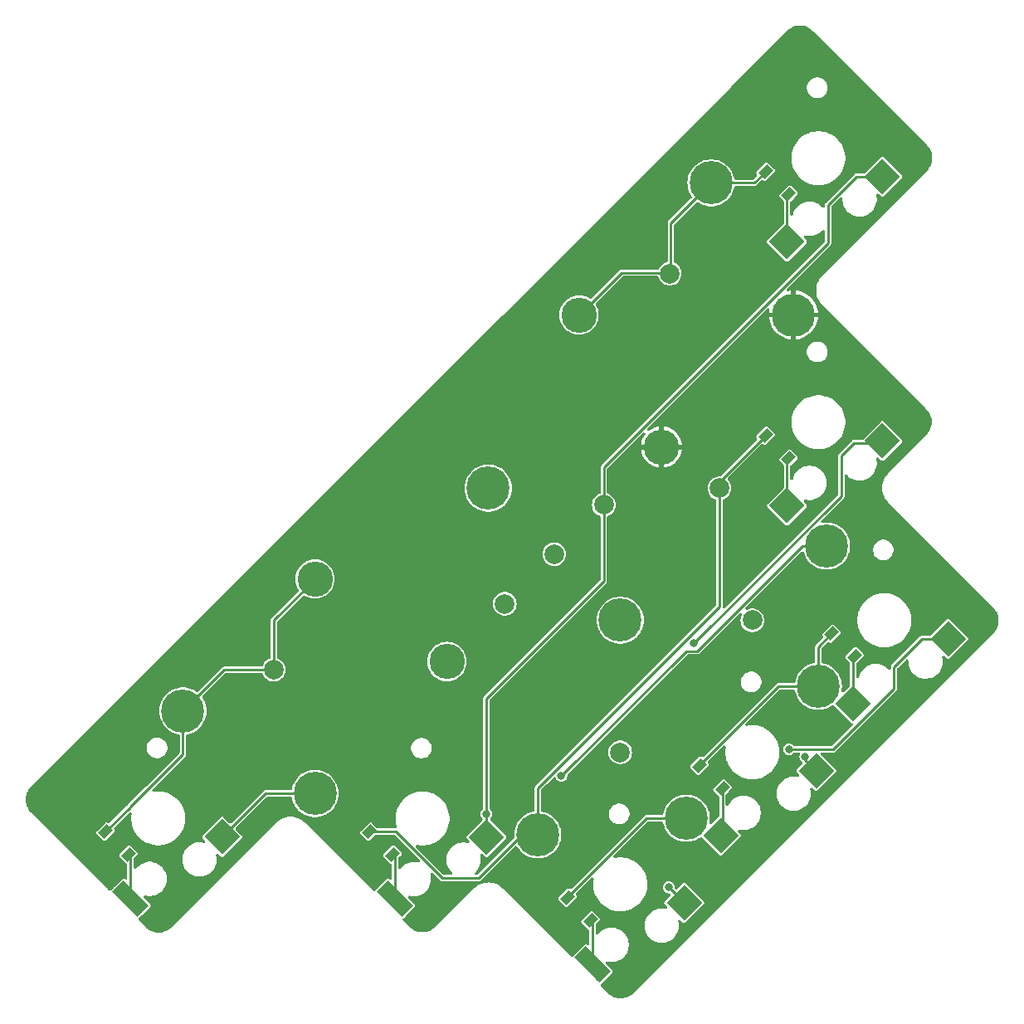
<source format=gbl>
G04 #@! TF.GenerationSoftware,KiCad,Pcbnew,8.0.5*
G04 #@! TF.CreationDate,2024-09-18T07:32:08+09:00*
G04 #@! TF.ProjectId,SandyLP_Middle,53616e64-794c-4505-9f4d-6964646c652e,v.0*
G04 #@! TF.SameCoordinates,Original*
G04 #@! TF.FileFunction,Copper,L2,Bot*
G04 #@! TF.FilePolarity,Positive*
%FSLAX46Y46*%
G04 Gerber Fmt 4.6, Leading zero omitted, Abs format (unit mm)*
G04 Created by KiCad (PCBNEW 8.0.5) date 2024-09-18 07:32:08*
%MOMM*%
%LPD*%
G01*
G04 APERTURE LIST*
G04 Aperture macros list*
%AMRotRect*
0 Rectangle, with rotation*
0 The origin of the aperture is its center*
0 $1 length*
0 $2 width*
0 $3 Rotation angle, in degrees counterclockwise*
0 Add horizontal line*
21,1,$1,$2,0,0,$3*%
G04 Aperture macros list end*
G04 #@! TA.AperFunction,ComponentPad*
%ADD10C,3.600000*%
G04 #@! TD*
G04 #@! TA.AperFunction,SMDPad,CuDef*
%ADD11C,4.400000*%
G04 #@! TD*
G04 #@! TA.AperFunction,SMDPad,CuDef*
%ADD12RotRect,2.600000X2.600000X45.000000*%
G04 #@! TD*
G04 #@! TA.AperFunction,ComponentPad*
%ADD13C,0.800000*%
G04 #@! TD*
G04 #@! TA.AperFunction,SMDPad,CuDef*
%ADD14RotRect,1.625000X3.600000X45.000000*%
G04 #@! TD*
G04 #@! TA.AperFunction,ComponentPad*
%ADD15C,4.400000*%
G04 #@! TD*
G04 #@! TA.AperFunction,SMDPad,CuDef*
%ADD16RotRect,0.900000X1.200000X315.000000*%
G04 #@! TD*
G04 #@! TA.AperFunction,ComponentPad*
%ADD17C,2.000000*%
G04 #@! TD*
G04 #@! TA.AperFunction,ViaPad*
%ADD18C,0.800000*%
G04 #@! TD*
G04 #@! TA.AperFunction,Conductor*
%ADD19C,0.250000*%
G04 #@! TD*
G04 APERTURE END LIST*
D10*
X176140787Y-22834167D03*
D11*
X176140787Y-22834167D03*
D10*
X184559777Y-36304552D03*
D11*
X184559777Y-36304552D03*
D12*
X200343726Y-69346326D03*
X190621008Y-75957774D03*
D10*
X187927373Y-59877724D03*
D11*
X187927373Y-59877724D03*
D12*
X193608534Y-22199981D03*
X183885816Y-28811429D03*
X153215088Y-89569608D03*
D13*
X142590809Y-95173429D03*
X144570708Y-97153328D03*
D14*
X143872440Y-95871697D03*
D12*
X193608534Y-49140750D03*
X183885816Y-55752198D03*
D10*
X173615090Y-87660391D03*
D11*
X173615090Y-87660391D03*
D10*
X158460908Y-89344189D03*
D11*
X158460908Y-89344189D03*
D10*
X187085474Y-74190007D03*
D11*
X187085474Y-74190007D03*
D12*
X126256613Y-89551902D03*
D13*
X115632334Y-95155723D03*
X117612233Y-97135622D03*
D14*
X116913965Y-95853991D03*
D10*
X122259250Y-76715704D03*
D11*
X122259250Y-76715704D03*
D10*
X135729635Y-85134694D03*
D11*
X135729635Y-85134694D03*
D12*
X173402958Y-96287094D03*
D13*
X162778679Y-101890915D03*
X164758578Y-103870814D03*
D14*
X164060310Y-102589183D03*
D12*
X186873342Y-82816710D03*
X177150624Y-89428158D03*
D10*
X149200019Y-71664310D03*
D15*
X153409514Y-53984431D03*
D16*
X181709253Y-21667441D03*
X184042705Y-24000893D03*
X188444445Y-68813786D03*
X190777897Y-71147238D03*
D15*
X166879898Y-67454815D03*
D16*
X174974061Y-82284170D03*
X177307513Y-84617622D03*
X114357332Y-89019362D03*
X116690784Y-91352814D03*
D17*
X166879898Y-80925199D03*
D16*
X141298101Y-89019362D03*
X143631553Y-91352814D03*
X161503677Y-95754554D03*
X163837129Y-98088006D03*
D17*
X165196100Y-55668229D03*
D10*
X135729635Y-63245320D03*
D17*
X176982686Y-53984431D03*
X155093312Y-65771017D03*
D10*
X162670403Y-36304552D03*
X171089393Y-49774936D03*
D17*
X131520140Y-72506209D03*
X180350282Y-67454815D03*
D16*
X181709253Y-48608210D03*
X184042705Y-50941662D03*
D17*
X160144706Y-60719623D03*
X171931292Y-32095057D03*
D18*
X160867281Y-83331572D03*
X153215088Y-87218450D03*
X171829646Y-94713781D03*
X185759649Y-81382002D03*
X174375230Y-69823623D03*
X184097947Y-80607003D03*
X142043907Y-93974639D03*
X145832423Y-46407340D03*
X192557890Y-79662344D03*
X166879898Y-104498372D03*
X197188262Y-20308470D03*
X162670450Y-63245299D03*
X184559777Y-7679985D03*
X169826598Y-70401447D03*
X183296993Y-58614851D03*
X203923455Y-67454815D03*
X132362061Y-86818492D03*
X179087495Y-93132739D03*
X107105068Y-85134694D03*
X125626863Y-66612898D03*
X146253406Y-67033848D03*
X173615147Y-47249205D03*
X115103116Y-93974639D03*
X192978767Y-54826330D03*
X160565701Y-81346143D03*
X186243575Y-32936956D03*
X146674356Y-74189996D03*
X146674322Y-97763179D03*
X166038049Y-26201712D03*
X166038049Y-46407305D03*
X154251413Y-93553684D03*
X119312615Y-98184138D03*
X197188262Y-47249239D03*
X177403695Y-77978545D03*
X168563748Y-90186090D03*
X182455094Y-76294745D03*
D19*
X116913965Y-95853991D02*
X116913965Y-91575995D01*
X116913965Y-91575995D02*
X116690785Y-91352815D01*
X183885816Y-24157783D02*
X183885816Y-28811429D01*
X184042705Y-24000894D02*
X183885816Y-24157783D01*
X174728783Y-70601440D02*
X173597412Y-70601440D01*
X187927373Y-59877724D02*
X185452500Y-59877724D01*
X173597412Y-70601440D02*
X160867281Y-83331572D01*
X185452500Y-59877724D02*
X174728783Y-70601440D01*
X161503677Y-95754554D02*
X161503677Y-95705941D01*
X161503677Y-95705941D02*
X169549226Y-87660391D01*
X169549226Y-87660391D02*
X173615090Y-87660391D01*
X187085474Y-70172757D02*
X188444445Y-68813786D01*
X187085474Y-74190007D02*
X187085474Y-70172757D01*
X187085474Y-74190007D02*
X183019610Y-74190007D01*
X183019610Y-74190007D02*
X174974061Y-82235556D01*
X174974061Y-82235556D02*
X174974061Y-82284170D01*
X172041778Y-26933177D02*
X176140787Y-22834167D01*
X181709253Y-21667441D02*
X180542527Y-22834167D01*
X180542527Y-22834167D02*
X176140787Y-22834167D01*
X171931292Y-32095057D02*
X171829646Y-31993410D01*
X166981545Y-31993410D02*
X162670403Y-36304552D01*
X171931292Y-32095057D02*
X172041778Y-31984571D01*
X171829646Y-31993410D02*
X166981545Y-31993410D01*
X172041778Y-31984571D02*
X172041778Y-26933177D01*
X193608534Y-22199981D02*
X190956884Y-22199981D01*
X188076591Y-28969362D02*
X165196100Y-51849852D01*
X126256613Y-89551902D02*
X130673821Y-85134694D01*
X165196100Y-51849852D02*
X165196100Y-55668229D01*
X130673821Y-85134694D02*
X135729635Y-85134694D01*
X173402958Y-96287094D02*
X171829646Y-94713781D01*
X153215088Y-89569608D02*
X153215088Y-75427416D01*
X188076591Y-25080274D02*
X188076591Y-28969362D01*
X153215088Y-75427416D02*
X165196100Y-63446403D01*
X165196100Y-63446403D02*
X165196100Y-55668229D01*
X190956884Y-22199981D02*
X188076591Y-25080274D01*
X189417760Y-50679873D02*
X189417760Y-54781093D01*
X186873342Y-82816710D02*
X185759649Y-81703017D01*
X193361047Y-49388237D02*
X190709397Y-49388237D01*
X185759649Y-81703017D02*
X185759649Y-81382002D01*
X189417760Y-54781093D02*
X174375230Y-69823623D01*
X193608534Y-49140749D02*
X193361047Y-49388237D01*
X190709397Y-49388237D02*
X189417760Y-50679873D01*
X188623432Y-80607001D02*
X184097948Y-80607001D01*
X200343726Y-69346326D02*
X197692076Y-69346326D01*
X194811783Y-72226619D02*
X194811783Y-74418650D01*
X184097948Y-80607001D02*
X184097947Y-80607003D01*
X197692076Y-69346326D02*
X194811783Y-72226619D01*
X194811783Y-74418650D02*
X188623432Y-80607001D01*
X143631553Y-91352815D02*
X143872439Y-91593701D01*
X143872439Y-91593701D02*
X143872439Y-95871697D01*
X183885816Y-51098551D02*
X183885816Y-55752198D01*
X184042705Y-50941662D02*
X183885816Y-51098551D01*
X164060310Y-98311187D02*
X164060310Y-102589183D01*
X163837129Y-98088007D02*
X164060310Y-98311187D01*
X177307513Y-89271269D02*
X177150624Y-89428158D01*
X177307513Y-84617622D02*
X177307513Y-89271269D01*
X190777898Y-71147238D02*
X190621008Y-71304128D01*
X190621008Y-71304128D02*
X190621008Y-75957774D01*
X131520140Y-72506209D02*
X131520140Y-67454815D01*
X116858553Y-86469527D02*
X118542689Y-84785391D01*
X116858553Y-86518141D02*
X116858553Y-86469527D01*
X122259250Y-76715704D02*
X126468746Y-72506209D01*
X126468746Y-72506209D02*
X131520140Y-72506209D01*
X114357332Y-89019362D02*
X116858553Y-86518141D01*
X118591303Y-84785391D02*
X122259250Y-81117444D01*
X122259250Y-81117444D02*
X122259250Y-76715704D01*
X131520140Y-67454815D02*
X135729635Y-63245320D01*
X118542689Y-84785391D02*
X118591303Y-84785391D01*
X176982686Y-53334777D02*
X176982686Y-53984431D01*
X143967429Y-89019362D02*
X148708449Y-93760382D01*
X158460908Y-84606574D02*
X176982686Y-66084796D01*
X176982686Y-66084796D02*
X176982686Y-53984431D01*
X152418369Y-93760382D02*
X156834562Y-89344189D01*
X181709253Y-48608210D02*
X176982686Y-53334777D01*
X141298101Y-89019362D02*
X143967429Y-89019362D01*
X156834562Y-89344189D02*
X158460908Y-89344189D01*
X158460908Y-89344189D02*
X158460908Y-84606574D01*
X148708449Y-93760382D02*
X152418369Y-93760382D01*
G04 #@! TA.AperFunction,Conductor*
G36*
X185424721Y-6781235D02*
G01*
X185444035Y-6783778D01*
X185662159Y-6827165D01*
X185680978Y-6832208D01*
X185891586Y-6903699D01*
X185909582Y-6911153D01*
X186109043Y-7009516D01*
X186125911Y-7019254D01*
X186207466Y-7073747D01*
X186310834Y-7142815D01*
X186326296Y-7154679D01*
X186497171Y-7304531D01*
X186504288Y-7311197D01*
X198138743Y-18945651D01*
X198159575Y-18966483D01*
X198166239Y-18973598D01*
X198316106Y-19144484D01*
X198327972Y-19159948D01*
X198451526Y-19344859D01*
X198461271Y-19361738D01*
X198559632Y-19561193D01*
X198567091Y-19579200D01*
X198638577Y-19789794D01*
X198643621Y-19808620D01*
X198687006Y-20026737D01*
X198689550Y-20046061D01*
X198704093Y-20267974D01*
X198704093Y-20287465D01*
X198689545Y-20509379D01*
X198687000Y-20528703D01*
X198643609Y-20746823D01*
X198638564Y-20765650D01*
X198567073Y-20976239D01*
X198559615Y-20994245D01*
X198461248Y-21193703D01*
X198451502Y-21210583D01*
X198327946Y-21395486D01*
X198316080Y-21410948D01*
X198165740Y-21582367D01*
X198159076Y-21589482D01*
X198127128Y-21621428D01*
X198126932Y-21621674D01*
X187510974Y-32251721D01*
X187510906Y-32251789D01*
X187414947Y-32347750D01*
X187254502Y-32552549D01*
X187254500Y-32552551D01*
X187119917Y-32775186D01*
X187119912Y-32775194D01*
X187085503Y-32851651D01*
X187013143Y-33012432D01*
X186935745Y-33260814D01*
X186929379Y-33295557D01*
X186888851Y-33516717D01*
X186873143Y-33776399D01*
X186873143Y-33776404D01*
X186888851Y-34036093D01*
X186935744Y-34291980D01*
X186935746Y-34291989D01*
X187013144Y-34540371D01*
X187046384Y-34614228D01*
X187119913Y-34777608D01*
X187119918Y-34777616D01*
X187254504Y-35000253D01*
X187254510Y-35000262D01*
X187320262Y-35084189D01*
X187414558Y-35204552D01*
X187414953Y-35205055D01*
X187473493Y-35263595D01*
X187473502Y-35263606D01*
X187485763Y-35275867D01*
X187485764Y-35275868D01*
X198110883Y-45900985D01*
X198115500Y-45905602D01*
X198122137Y-45912690D01*
X198192549Y-45992983D01*
X198272000Y-46083585D01*
X198283864Y-46099047D01*
X198407416Y-46283966D01*
X198417160Y-46300845D01*
X198515512Y-46500293D01*
X198522970Y-46518299D01*
X198594456Y-46728903D01*
X198599500Y-46747729D01*
X198642881Y-46965837D01*
X198645425Y-46985160D01*
X198659967Y-47207076D01*
X198659967Y-47226566D01*
X198645419Y-47448481D01*
X198642875Y-47467804D01*
X198599486Y-47685927D01*
X198594441Y-47704753D01*
X198522957Y-47915333D01*
X198515499Y-47933339D01*
X198417136Y-48132797D01*
X198407391Y-48149675D01*
X198283835Y-48334589D01*
X198271970Y-48350052D01*
X198121607Y-48521508D01*
X198114950Y-48528616D01*
X198083330Y-48560240D01*
X198082830Y-48560867D01*
X194247485Y-52410182D01*
X194247294Y-52410374D01*
X194195862Y-52461806D01*
X194144919Y-52512748D01*
X194144915Y-52512752D01*
X194144913Y-52512755D01*
X194144912Y-52512755D01*
X193984469Y-52717541D01*
X193984467Y-52717544D01*
X193849874Y-52940187D01*
X193849870Y-52940193D01*
X193743095Y-53177438D01*
X193743094Y-53177438D01*
X193665697Y-53425813D01*
X193665694Y-53425826D01*
X193618801Y-53681717D01*
X193618801Y-53681718D01*
X193603094Y-53941413D01*
X193603094Y-53941417D01*
X193618805Y-54201110D01*
X193665704Y-54457011D01*
X193743108Y-54705396D01*
X193828461Y-54895034D01*
X193849887Y-54942639D01*
X193984486Y-55165281D01*
X194144940Y-55370076D01*
X194144942Y-55370078D01*
X194144943Y-55370079D01*
X194144946Y-55370083D01*
X194207255Y-55432389D01*
X194207258Y-55432391D01*
X194207260Y-55432393D01*
X204912272Y-66137403D01*
X204933106Y-66158237D01*
X204939769Y-66165351D01*
X205089633Y-66336232D01*
X205101499Y-66351695D01*
X205225064Y-66536617D01*
X205234809Y-66553496D01*
X205333174Y-66752953D01*
X205340633Y-66770960D01*
X205412121Y-66981550D01*
X205417166Y-67000376D01*
X205460556Y-67218502D01*
X205463100Y-67237826D01*
X205477647Y-67459744D01*
X205477647Y-67479235D01*
X205463102Y-67701156D01*
X205460558Y-67720479D01*
X205417172Y-67938599D01*
X205412128Y-67957425D01*
X205340641Y-68168019D01*
X205333182Y-68186027D01*
X205234816Y-68385491D01*
X205225071Y-68402369D01*
X205101517Y-68587281D01*
X205089651Y-68602745D01*
X204940008Y-68773377D01*
X204933543Y-68780293D01*
X204933279Y-68780558D01*
X204933083Y-68780754D01*
X204901580Y-68812258D01*
X204901566Y-68812275D01*
X168226476Y-105493320D01*
X168219308Y-105499958D01*
X168219345Y-105500000D01*
X168048475Y-105649849D01*
X168033012Y-105661714D01*
X167848094Y-105785272D01*
X167831215Y-105795017D01*
X167631760Y-105893377D01*
X167613754Y-105900835D01*
X167403154Y-105972325D01*
X167384327Y-105977370D01*
X167166212Y-106020755D01*
X167146890Y-106023299D01*
X166924972Y-106037845D01*
X166905480Y-106037845D01*
X166683561Y-106023299D01*
X166664239Y-106020755D01*
X166446123Y-105977370D01*
X166427296Y-105972325D01*
X166216696Y-105900835D01*
X166198690Y-105893377D01*
X165999235Y-105795017D01*
X165982356Y-105785272D01*
X165797443Y-105661717D01*
X165781980Y-105649852D01*
X165611078Y-105499974D01*
X165603962Y-105493309D01*
X164899998Y-104789345D01*
X164861434Y-104722550D01*
X164861434Y-104645422D01*
X164899995Y-104578631D01*
X165148461Y-104330164D01*
X165163106Y-104317321D01*
X165186860Y-104299096D01*
X165205085Y-104275342D01*
X165217928Y-104260697D01*
X166063365Y-103415262D01*
X166096493Y-103365682D01*
X166112054Y-103287451D01*
X166096493Y-103209219D01*
X166063365Y-103159640D01*
X165436727Y-102533002D01*
X165398163Y-102466207D01*
X165398163Y-102389079D01*
X165436727Y-102322284D01*
X165503522Y-102283720D01*
X165580647Y-102283720D01*
X165653777Y-102303315D01*
X165881278Y-102333266D01*
X165881279Y-102333267D01*
X165881281Y-102333267D01*
X166110751Y-102333267D01*
X166110751Y-102333266D01*
X166338245Y-102303316D01*
X166338247Y-102303316D01*
X166338248Y-102303315D01*
X166338253Y-102303315D01*
X166559898Y-102243926D01*
X166559899Y-102243926D01*
X166559900Y-102243925D01*
X166559902Y-102243925D01*
X166771903Y-102156111D01*
X166970627Y-102041378D01*
X167152676Y-101901686D01*
X167314934Y-101739428D01*
X167454626Y-101557379D01*
X167569359Y-101358655D01*
X167657173Y-101146654D01*
X167716563Y-100925005D01*
X167746515Y-100697501D01*
X167746515Y-100468033D01*
X167716563Y-100240529D01*
X167668587Y-100061479D01*
X167657174Y-100018883D01*
X167657174Y-100018882D01*
X167643482Y-99985829D01*
X167569359Y-99806879D01*
X167454626Y-99608155D01*
X167454623Y-99608151D01*
X167454623Y-99608150D01*
X167339011Y-99457484D01*
X167314934Y-99426106D01*
X167152676Y-99263848D01*
X167026138Y-99166751D01*
X166970630Y-99124158D01*
X166771907Y-99009425D01*
X166771905Y-99009424D01*
X166771903Y-99009423D01*
X166695836Y-98977915D01*
X166559899Y-98921607D01*
X166338246Y-98862217D01*
X166110752Y-98832267D01*
X166110749Y-98832267D01*
X165881281Y-98832267D01*
X165881277Y-98832267D01*
X165653785Y-98862217D01*
X165653782Y-98862217D01*
X165432131Y-98921607D01*
X165432130Y-98921607D01*
X165220122Y-99009425D01*
X165021399Y-99124158D01*
X165021398Y-99124158D01*
X164839353Y-99263848D01*
X164677093Y-99426108D01*
X164653018Y-99457484D01*
X164591828Y-99504436D01*
X164515360Y-99514502D01*
X164444103Y-99484985D01*
X164397151Y-99423795D01*
X164385810Y-99366777D01*
X164385810Y-98520989D01*
X164394614Y-98488130D01*
X169336683Y-98488130D01*
X169336683Y-98717605D01*
X169366633Y-98945097D01*
X169366633Y-98945100D01*
X169426023Y-99166751D01*
X169426023Y-99166752D01*
X169475258Y-99285614D01*
X169499346Y-99343768D01*
X169513841Y-99378760D01*
X169559292Y-99457484D01*
X169624465Y-99570367D01*
X169628574Y-99577483D01*
X169628574Y-99577484D01*
X169768264Y-99759529D01*
X169930522Y-99921787D01*
X170112571Y-100061479D01*
X170311295Y-100176212D01*
X170466589Y-100240537D01*
X170523298Y-100264027D01*
X170619278Y-100289744D01*
X170744945Y-100323416D01*
X170744949Y-100323416D01*
X170744951Y-100323417D01*
X170814875Y-100332622D01*
X170972446Y-100353367D01*
X170972447Y-100353368D01*
X170972449Y-100353368D01*
X171201919Y-100353368D01*
X171201919Y-100353367D01*
X171429413Y-100323417D01*
X171429415Y-100323417D01*
X171429416Y-100323416D01*
X171429421Y-100323416D01*
X171651066Y-100264027D01*
X171651067Y-100264027D01*
X171651068Y-100264026D01*
X171651070Y-100264026D01*
X171863071Y-100176212D01*
X172061795Y-100061479D01*
X172243844Y-99921787D01*
X172406102Y-99759529D01*
X172545794Y-99577480D01*
X172660527Y-99378756D01*
X172748341Y-99166755D01*
X172807731Y-98945106D01*
X172837683Y-98717602D01*
X172837683Y-98488134D01*
X172807731Y-98260630D01*
X172788137Y-98187503D01*
X172788137Y-98110376D01*
X172826702Y-98043582D01*
X172893497Y-98005018D01*
X172970625Y-98005018D01*
X173037419Y-98043582D01*
X173275147Y-98281310D01*
X173324727Y-98314438D01*
X173402958Y-98329999D01*
X173481189Y-98314438D01*
X173530769Y-98281310D01*
X175397174Y-96414905D01*
X175430302Y-96365325D01*
X175445863Y-96287094D01*
X175430302Y-96208863D01*
X175397174Y-96159283D01*
X173530769Y-94292878D01*
X173481189Y-94259750D01*
X173481188Y-94259749D01*
X173402958Y-94244189D01*
X173324727Y-94259749D01*
X173275148Y-94292877D01*
X173275146Y-94292878D01*
X172682192Y-94885831D01*
X172615397Y-94924395D01*
X172538269Y-94924395D01*
X172471474Y-94885831D01*
X172432910Y-94819036D01*
X172429108Y-94761022D01*
X172429383Y-94758939D01*
X172435328Y-94713781D01*
X172435328Y-94713778D01*
X172414691Y-94557023D01*
X172414690Y-94557021D01*
X172414690Y-94557019D01*
X172354182Y-94410940D01*
X172257928Y-94285499D01*
X172200090Y-94241118D01*
X172132486Y-94189244D01*
X172052590Y-94156150D01*
X171986408Y-94128737D01*
X171986406Y-94128736D01*
X171986402Y-94128735D01*
X171986405Y-94128735D01*
X171829649Y-94108099D01*
X171829643Y-94108099D01*
X171672888Y-94128735D01*
X171526805Y-94189244D01*
X171401364Y-94285498D01*
X171401363Y-94285499D01*
X171305109Y-94410940D01*
X171244600Y-94557023D01*
X171223964Y-94713778D01*
X171223964Y-94713783D01*
X171244600Y-94870538D01*
X171305109Y-95016621D01*
X171330709Y-95049983D01*
X171401364Y-95142063D01*
X171526805Y-95238317D01*
X171672884Y-95298825D01*
X171672887Y-95298825D01*
X171672889Y-95298826D01*
X171672886Y-95298826D01*
X171829643Y-95319463D01*
X171829646Y-95319463D01*
X171876889Y-95313243D01*
X171953355Y-95323309D01*
X172014546Y-95370261D01*
X172044062Y-95441518D01*
X172033996Y-95517986D01*
X172001696Y-95566327D01*
X171408742Y-96159282D01*
X171408741Y-96159284D01*
X171375613Y-96208863D01*
X171360053Y-96287093D01*
X171360053Y-96287094D01*
X171375613Y-96365324D01*
X171408741Y-96414903D01*
X171408742Y-96414905D01*
X171646468Y-96652631D01*
X171685032Y-96719426D01*
X171685032Y-96796554D01*
X171646468Y-96863349D01*
X171579673Y-96901913D01*
X171502547Y-96901913D01*
X171429419Y-96882319D01*
X171429412Y-96882318D01*
X171201920Y-96852368D01*
X171201917Y-96852368D01*
X170972449Y-96852368D01*
X170972445Y-96852368D01*
X170744953Y-96882318D01*
X170744950Y-96882318D01*
X170523299Y-96941708D01*
X170523298Y-96941708D01*
X170311290Y-97029526D01*
X170112567Y-97144259D01*
X170112566Y-97144259D01*
X169930521Y-97283949D01*
X169768264Y-97446206D01*
X169628574Y-97628251D01*
X169628574Y-97628252D01*
X169513841Y-97826975D01*
X169426023Y-98038983D01*
X169426023Y-98038984D01*
X169366633Y-98260635D01*
X169366633Y-98260638D01*
X169336683Y-98488130D01*
X164394614Y-98488130D01*
X164405772Y-98446489D01*
X164429451Y-98415630D01*
X164572779Y-98272302D01*
X164735330Y-98109751D01*
X164768458Y-98060171D01*
X164784019Y-97981940D01*
X164768458Y-97903709D01*
X164735330Y-97854129D01*
X164071006Y-97189805D01*
X164021426Y-97156677D01*
X164021425Y-97156676D01*
X163943195Y-97141116D01*
X163864964Y-97156676D01*
X163815385Y-97189804D01*
X163815383Y-97189805D01*
X162938928Y-98066260D01*
X162938927Y-98066262D01*
X162905799Y-98115841D01*
X162890239Y-98194071D01*
X162890239Y-98194072D01*
X162905799Y-98272302D01*
X162911818Y-98281310D01*
X162938928Y-98321883D01*
X163603252Y-98986207D01*
X163652832Y-99019335D01*
X163665033Y-99027487D01*
X163662937Y-99030623D01*
X163703999Y-99062117D01*
X163733531Y-99133367D01*
X163734810Y-99152849D01*
X163734810Y-100472124D01*
X163714848Y-100546624D01*
X163660310Y-100601162D01*
X163585810Y-100621124D01*
X163511310Y-100601162D01*
X163491291Y-100587307D01*
X163489858Y-100586131D01*
X163473105Y-100574937D01*
X163440274Y-100553000D01*
X163362042Y-100537439D01*
X163283811Y-100552999D01*
X163234232Y-100586127D01*
X163234230Y-100586128D01*
X162388797Y-101431560D01*
X162374146Y-101444409D01*
X162350397Y-101462633D01*
X162332173Y-101486382D01*
X162319324Y-101501033D01*
X162070864Y-101749493D01*
X162004069Y-101788057D01*
X161926941Y-101788057D01*
X161860146Y-101749493D01*
X158440652Y-98329999D01*
X155971273Y-95860619D01*
X160556787Y-95860619D01*
X160556787Y-95860620D01*
X160572347Y-95938850D01*
X160572348Y-95938851D01*
X160605476Y-95988431D01*
X161269800Y-96652755D01*
X161319380Y-96685883D01*
X161397611Y-96701444D01*
X161475842Y-96685883D01*
X161525422Y-96652755D01*
X162401878Y-95776299D01*
X162435006Y-95726719D01*
X162450567Y-95648488D01*
X162435006Y-95570257D01*
X162401878Y-95520677D01*
X162380931Y-95499730D01*
X162342367Y-95432935D01*
X162342367Y-95355807D01*
X162380931Y-95289012D01*
X163145843Y-94524100D01*
X163924911Y-93745032D01*
X163991702Y-93706471D01*
X164068830Y-93706471D01*
X164135625Y-93745035D01*
X164174189Y-93811830D01*
X164175531Y-93883547D01*
X164163987Y-93934127D01*
X164143766Y-94113598D01*
X164129398Y-94241118D01*
X164129398Y-94550048D01*
X164130184Y-94557023D01*
X164163987Y-94857040D01*
X164232728Y-95158213D01*
X164232729Y-95158215D01*
X164232730Y-95158219D01*
X164334763Y-95449812D01*
X164468803Y-95728148D01*
X164633163Y-95989726D01*
X164825778Y-96231257D01*
X165044224Y-96449703D01*
X165285755Y-96642318D01*
X165547333Y-96806678D01*
X165825669Y-96940718D01*
X166117262Y-97042751D01*
X166200549Y-97061760D01*
X166418440Y-97111493D01*
X166418443Y-97111493D01*
X166418446Y-97111494D01*
X166725433Y-97146083D01*
X166725434Y-97146083D01*
X167034362Y-97146083D01*
X167034363Y-97146083D01*
X167341350Y-97111494D01*
X167341353Y-97111493D01*
X167341355Y-97111493D01*
X167424637Y-97092484D01*
X167642534Y-97042751D01*
X167934127Y-96940718D01*
X168212463Y-96806678D01*
X168474041Y-96642318D01*
X168715572Y-96449703D01*
X168934018Y-96231257D01*
X169126633Y-95989726D01*
X169290993Y-95728148D01*
X169425033Y-95449812D01*
X169527066Y-95158219D01*
X169595809Y-94857035D01*
X169630398Y-94550048D01*
X169630398Y-94241118D01*
X169595809Y-93934131D01*
X169580861Y-93868641D01*
X169527067Y-93632952D01*
X169527066Y-93632947D01*
X169425033Y-93341354D01*
X169290993Y-93063018D01*
X169126633Y-92801440D01*
X168934018Y-92559909D01*
X168715572Y-92341463D01*
X168474041Y-92148848D01*
X168212463Y-91984488D01*
X167934127Y-91850448D01*
X167934125Y-91850447D01*
X167749365Y-91785797D01*
X167642534Y-91748415D01*
X167642530Y-91748414D01*
X167642528Y-91748413D01*
X167341355Y-91679672D01*
X167085527Y-91650847D01*
X167034363Y-91645083D01*
X166725433Y-91645083D01*
X166691323Y-91648926D01*
X166418438Y-91679672D01*
X166367863Y-91691216D01*
X166290789Y-91688332D01*
X166225483Y-91647297D01*
X166189444Y-91579107D01*
X166192328Y-91502033D01*
X166229347Y-91440595D01*
X169640412Y-88029532D01*
X169707207Y-87990968D01*
X169745771Y-87985891D01*
X171110133Y-87985891D01*
X171184633Y-88005853D01*
X171239171Y-88060391D01*
X171256492Y-88106967D01*
X171265916Y-88156364D01*
X171285409Y-88258553D01*
X171378746Y-88545812D01*
X171378754Y-88545833D01*
X171507352Y-88819119D01*
X171507357Y-88819129D01*
X171649261Y-89042732D01*
X171669205Y-89074159D01*
X171833072Y-89272240D01*
X171861742Y-89306896D01*
X172081923Y-89513661D01*
X172081926Y-89513663D01*
X172081928Y-89513665D01*
X172204661Y-89602835D01*
X172326296Y-89691208D01*
X172400891Y-89732217D01*
X172590986Y-89836723D01*
X172871828Y-89947916D01*
X173164392Y-90023033D01*
X173464063Y-90060891D01*
X173766117Y-90060891D01*
X174065788Y-90023033D01*
X174358352Y-89947916D01*
X174639194Y-89836723D01*
X174903885Y-89691207D01*
X174957343Y-89652368D01*
X175025519Y-89602835D01*
X175097524Y-89575194D01*
X175173702Y-89587260D01*
X175218458Y-89618019D01*
X177022813Y-91422374D01*
X177072393Y-91455502D01*
X177150624Y-91471063D01*
X177228855Y-91455502D01*
X177278435Y-91422374D01*
X179144840Y-89555969D01*
X179177968Y-89506389D01*
X179193529Y-89428158D01*
X179177968Y-89349927D01*
X179144840Y-89300347D01*
X178907111Y-89062618D01*
X178868547Y-88995823D01*
X178868547Y-88918695D01*
X178907111Y-88851900D01*
X178973906Y-88813336D01*
X179051031Y-88813336D01*
X179124161Y-88832931D01*
X179351662Y-88862882D01*
X179351663Y-88862883D01*
X179351665Y-88862883D01*
X179581135Y-88862883D01*
X179581135Y-88862882D01*
X179808629Y-88832932D01*
X179808631Y-88832932D01*
X179808632Y-88832931D01*
X179808637Y-88832931D01*
X180030282Y-88773542D01*
X180030283Y-88773542D01*
X180030284Y-88773541D01*
X180030286Y-88773541D01*
X180242287Y-88685727D01*
X180441011Y-88570994D01*
X180623060Y-88431302D01*
X180785318Y-88269044D01*
X180925010Y-88086995D01*
X181039743Y-87888271D01*
X181127557Y-87676270D01*
X181186947Y-87454621D01*
X181216899Y-87227117D01*
X181216899Y-86997649D01*
X181186947Y-86770145D01*
X181138971Y-86591095D01*
X181127558Y-86548499D01*
X181127558Y-86548498D01*
X181108155Y-86501655D01*
X181039743Y-86336495D01*
X180925010Y-86137771D01*
X180925007Y-86137767D01*
X180925007Y-86137766D01*
X180785317Y-85955721D01*
X180623060Y-85793464D01*
X180441014Y-85653774D01*
X180242291Y-85539041D01*
X180242289Y-85539040D01*
X180242287Y-85539039D01*
X180176185Y-85511658D01*
X180030283Y-85451223D01*
X179808630Y-85391833D01*
X179581136Y-85361883D01*
X179581133Y-85361883D01*
X179351665Y-85361883D01*
X179351661Y-85361883D01*
X179124169Y-85391833D01*
X179124166Y-85391833D01*
X178902515Y-85451223D01*
X178902514Y-85451223D01*
X178690506Y-85539041D01*
X178491783Y-85653774D01*
X178491782Y-85653774D01*
X178309737Y-85793464D01*
X178147480Y-85955721D01*
X178007790Y-86137766D01*
X178007789Y-86137768D01*
X177911051Y-86305324D01*
X177856513Y-86359862D01*
X177782013Y-86379824D01*
X177707513Y-86359862D01*
X177652975Y-86305324D01*
X177633013Y-86230824D01*
X177633013Y-85273786D01*
X177652975Y-85199286D01*
X177676654Y-85168427D01*
X177935190Y-84909891D01*
X178205714Y-84639367D01*
X178238842Y-84589787D01*
X178254403Y-84511556D01*
X178247567Y-84477191D01*
X178238842Y-84433325D01*
X178221060Y-84406712D01*
X178205714Y-84383745D01*
X177541390Y-83719421D01*
X177491810Y-83686293D01*
X177491809Y-83686292D01*
X177413579Y-83670732D01*
X177335348Y-83686292D01*
X177285769Y-83719420D01*
X177285767Y-83719421D01*
X176409312Y-84595876D01*
X176409311Y-84595878D01*
X176376183Y-84645457D01*
X176360623Y-84723687D01*
X176360623Y-84723688D01*
X176376183Y-84801918D01*
X176382202Y-84810926D01*
X176404337Y-84844054D01*
X176409311Y-84851497D01*
X176409312Y-84851499D01*
X176938372Y-85380559D01*
X176976936Y-85447354D01*
X176982013Y-85485918D01*
X176982013Y-87413023D01*
X176962051Y-87487523D01*
X176938372Y-87518382D01*
X176227504Y-88229250D01*
X176160709Y-88267814D01*
X176083581Y-88267814D01*
X176016786Y-88229250D01*
X175978222Y-88162455D01*
X175975784Y-88095974D01*
X176001370Y-87961848D01*
X176020336Y-87660391D01*
X176001370Y-87358934D01*
X175944771Y-87062231D01*
X175851431Y-86774961D01*
X175849169Y-86770153D01*
X175722827Y-86501662D01*
X175722822Y-86501652D01*
X175560978Y-86246628D01*
X175560975Y-86246623D01*
X175368439Y-86013887D01*
X175368437Y-86013885D01*
X175148256Y-85807120D01*
X174903883Y-85629573D01*
X174639196Y-85484060D01*
X174639184Y-85484055D01*
X174358357Y-85372868D01*
X174358352Y-85372866D01*
X174358347Y-85372864D01*
X174358345Y-85372864D01*
X174065786Y-85297748D01*
X173766117Y-85259891D01*
X173464063Y-85259891D01*
X173164393Y-85297748D01*
X172871834Y-85372864D01*
X172871822Y-85372868D01*
X172590995Y-85484055D01*
X172590983Y-85484060D01*
X172326296Y-85629573D01*
X172081923Y-85807120D01*
X171861742Y-86013885D01*
X171669201Y-86246628D01*
X171507357Y-86501652D01*
X171507352Y-86501662D01*
X171378757Y-86774943D01*
X171378746Y-86774969D01*
X171285409Y-87062228D01*
X171275346Y-87114983D01*
X171256492Y-87213813D01*
X171222925Y-87283251D01*
X171159134Y-87326603D01*
X171110133Y-87334891D01*
X169506370Y-87334891D01*
X169439824Y-87352722D01*
X169423587Y-87357073D01*
X169423586Y-87357073D01*
X169423584Y-87357074D01*
X169349367Y-87399923D01*
X169349366Y-87399924D01*
X161917164Y-94832124D01*
X161850369Y-94870688D01*
X161773241Y-94870688D01*
X161729026Y-94850655D01*
X161687973Y-94823224D01*
X161609743Y-94807664D01*
X161531512Y-94823224D01*
X161481933Y-94856352D01*
X161481931Y-94856353D01*
X160605476Y-95732808D01*
X160605475Y-95732810D01*
X160572347Y-95782389D01*
X160556787Y-95860619D01*
X155971273Y-95860619D01*
X154926629Y-94815975D01*
X154855816Y-94745162D01*
X154855813Y-94745159D01*
X154651029Y-94584721D01*
X154651023Y-94584717D01*
X154651020Y-94584715D01*
X154522255Y-94506874D01*
X154428387Y-94450128D01*
X154428376Y-94450122D01*
X154191135Y-94343349D01*
X154191130Y-94343347D01*
X153942757Y-94265950D01*
X153942748Y-94265948D01*
X153686869Y-94219056D01*
X153686845Y-94219053D01*
X153427167Y-94203346D01*
X153427161Y-94203346D01*
X153167482Y-94219053D01*
X153167458Y-94219056D01*
X152911581Y-94265948D01*
X152911573Y-94265950D01*
X152663196Y-94343347D01*
X152663191Y-94343349D01*
X152425951Y-94450122D01*
X152425940Y-94450128D01*
X152203308Y-94584715D01*
X152203298Y-94584721D01*
X151998514Y-94745159D01*
X151936010Y-94807664D01*
X151927699Y-94815975D01*
X151927698Y-94815976D01*
X151906530Y-94837143D01*
X151893019Y-94850655D01*
X151890792Y-94852882D01*
X148003207Y-98740465D01*
X147996090Y-98747130D01*
X147951389Y-98786333D01*
X147825221Y-98896979D01*
X147809758Y-98908844D01*
X147624840Y-99032402D01*
X147607961Y-99042147D01*
X147408506Y-99140507D01*
X147390500Y-99147965D01*
X147179900Y-99219455D01*
X147161073Y-99224500D01*
X146942958Y-99267885D01*
X146923636Y-99270429D01*
X146701718Y-99284975D01*
X146682226Y-99284975D01*
X146460307Y-99270429D01*
X146440985Y-99267885D01*
X146222869Y-99224500D01*
X146204042Y-99219455D01*
X145993442Y-99147965D01*
X145975436Y-99140507D01*
X145775981Y-99042147D01*
X145759102Y-99032402D01*
X145574189Y-98908847D01*
X145558726Y-98896982D01*
X145436231Y-98789556D01*
X145387817Y-98747097D01*
X145380708Y-98740439D01*
X144712128Y-98071859D01*
X144673564Y-98005064D01*
X144673564Y-97927936D01*
X144712125Y-97861145D01*
X144960591Y-97612678D01*
X144975236Y-97599835D01*
X144998990Y-97581610D01*
X145017215Y-97557856D01*
X145030058Y-97543211D01*
X145875495Y-96697776D01*
X145908623Y-96648196D01*
X145924184Y-96569965D01*
X145908623Y-96491733D01*
X145875495Y-96442154D01*
X145248857Y-95815516D01*
X145210293Y-95748721D01*
X145210293Y-95671593D01*
X145248857Y-95604798D01*
X145315652Y-95566234D01*
X145392777Y-95566234D01*
X145465907Y-95585829D01*
X145693408Y-95615780D01*
X145693409Y-95615781D01*
X145693411Y-95615781D01*
X145922881Y-95615781D01*
X145922881Y-95615780D01*
X146150375Y-95585830D01*
X146150377Y-95585830D01*
X146150378Y-95585829D01*
X146150383Y-95585829D01*
X146372028Y-95526440D01*
X146372029Y-95526440D01*
X146372030Y-95526439D01*
X146372032Y-95526439D01*
X146584033Y-95438625D01*
X146782757Y-95323892D01*
X146964806Y-95184200D01*
X147127064Y-95021942D01*
X147266756Y-94839893D01*
X147381489Y-94641169D01*
X147469303Y-94429168D01*
X147528693Y-94207519D01*
X147558645Y-93980015D01*
X147558645Y-93750547D01*
X147528693Y-93523043D01*
X147496158Y-93401619D01*
X147496158Y-93324495D01*
X147534722Y-93257700D01*
X147601517Y-93219136D01*
X147678645Y-93219136D01*
X147745440Y-93257700D01*
X148105916Y-93618175D01*
X148447982Y-93960241D01*
X148447984Y-93960244D01*
X148508587Y-94020847D01*
X148545699Y-94042273D01*
X148582810Y-94063700D01*
X148665596Y-94085882D01*
X148665598Y-94085882D01*
X152461220Y-94085882D01*
X152461222Y-94085882D01*
X152544008Y-94063700D01*
X152618231Y-94020847D01*
X156137411Y-90501665D01*
X156204204Y-90463103D01*
X156281332Y-90463103D01*
X156348127Y-90501667D01*
X156368571Y-90527186D01*
X156515023Y-90757957D01*
X156641437Y-90910765D01*
X156707560Y-90990694D01*
X156927741Y-91197459D01*
X156927744Y-91197461D01*
X156927746Y-91197463D01*
X157027346Y-91269826D01*
X157172114Y-91375006D01*
X157258276Y-91422374D01*
X157436804Y-91520521D01*
X157717646Y-91631714D01*
X158010210Y-91706831D01*
X158309881Y-91744689D01*
X158611935Y-91744689D01*
X158911606Y-91706831D01*
X159204170Y-91631714D01*
X159485012Y-91520521D01*
X159749703Y-91375005D01*
X159994070Y-91197463D01*
X160214257Y-90990693D01*
X160406793Y-90757957D01*
X160568641Y-90502925D01*
X160575117Y-90489164D01*
X160652241Y-90325265D01*
X160697249Y-90229619D01*
X160790589Y-89942349D01*
X160847188Y-89645646D01*
X160866154Y-89344189D01*
X160847188Y-89042732D01*
X160790589Y-88746029D01*
X160697249Y-88458759D01*
X160680432Y-88423021D01*
X160568645Y-88185460D01*
X160568640Y-88185450D01*
X160406796Y-87930426D01*
X160406793Y-87930421D01*
X160214257Y-87697685D01*
X160214255Y-87697683D01*
X159994074Y-87490918D01*
X159749701Y-87313371D01*
X159485014Y-87167858D01*
X159485002Y-87167853D01*
X159351467Y-87114983D01*
X165723332Y-87114983D01*
X165723332Y-87321914D01*
X165762577Y-87519217D01*
X165763702Y-87524869D01*
X165767979Y-87535194D01*
X165842889Y-87716045D01*
X165957854Y-87888103D01*
X166104177Y-88034426D01*
X166276235Y-88149391D01*
X166355423Y-88182191D01*
X166467412Y-88228579D01*
X166670367Y-88268949D01*
X166877297Y-88268949D01*
X167080252Y-88228579D01*
X167271430Y-88149390D01*
X167443487Y-88034426D01*
X167589809Y-87888104D01*
X167704773Y-87716047D01*
X167783962Y-87524869D01*
X167824332Y-87321914D01*
X167824332Y-87114984D01*
X167783962Y-86912029D01*
X167729770Y-86781198D01*
X167704774Y-86720852D01*
X167589809Y-86548794D01*
X167443486Y-86402471D01*
X167271428Y-86287506D01*
X167113051Y-86221904D01*
X167080252Y-86208319D01*
X167080250Y-86208318D01*
X167080249Y-86208318D01*
X166877297Y-86167949D01*
X166670367Y-86167949D01*
X166467414Y-86208318D01*
X166276235Y-86287506D01*
X166104177Y-86402471D01*
X165957854Y-86548794D01*
X165842889Y-86720852D01*
X165763701Y-86912031D01*
X165723332Y-87114983D01*
X159351467Y-87114983D01*
X159204175Y-87056666D01*
X159204170Y-87056664D01*
X159204165Y-87056662D01*
X159204163Y-87056662D01*
X159094435Y-87028489D01*
X158911606Y-86981547D01*
X158911603Y-86981546D01*
X158911593Y-86981544D01*
X158907470Y-86980757D01*
X158838034Y-86947180D01*
X158794690Y-86883383D01*
X158786408Y-86834400D01*
X158786408Y-84803118D01*
X158806370Y-84728618D01*
X158830049Y-84697759D01*
X159369941Y-84157867D01*
X160053454Y-83474353D01*
X160120247Y-83435791D01*
X160197375Y-83435791D01*
X160264170Y-83474355D01*
X160296469Y-83522694D01*
X160342744Y-83634412D01*
X160409129Y-83720926D01*
X160438999Y-83759854D01*
X160564440Y-83856108D01*
X160710519Y-83916616D01*
X160710522Y-83916616D01*
X160710524Y-83916617D01*
X160710521Y-83916617D01*
X160867278Y-83937254D01*
X160867281Y-83937254D01*
X160867284Y-83937254D01*
X161024038Y-83916617D01*
X161024039Y-83916616D01*
X161024043Y-83916616D01*
X161170122Y-83856108D01*
X161295563Y-83759854D01*
X161391817Y-83634413D01*
X161452325Y-83488334D01*
X161452345Y-83488188D01*
X161472963Y-83331574D01*
X161472963Y-83331572D01*
X161466360Y-83281420D01*
X161465643Y-83275975D01*
X161475709Y-83199509D01*
X161508006Y-83151171D01*
X162268942Y-82390235D01*
X174027171Y-82390235D01*
X174027171Y-82390236D01*
X174042731Y-82468466D01*
X174042732Y-82468467D01*
X174075860Y-82518047D01*
X174740184Y-83182371D01*
X174789764Y-83215499D01*
X174867995Y-83231060D01*
X174946226Y-83215499D01*
X174995806Y-83182371D01*
X175872262Y-82305915D01*
X175905390Y-82256335D01*
X175920951Y-82178104D01*
X175905390Y-82099873D01*
X175872262Y-82050293D01*
X175851315Y-82029346D01*
X175812751Y-81962551D01*
X175812751Y-81885423D01*
X175851315Y-81818628D01*
X176590782Y-81079161D01*
X177395294Y-80274648D01*
X177462087Y-80236086D01*
X177539215Y-80236086D01*
X177606010Y-80274650D01*
X177644574Y-80341445D01*
X177645915Y-80413164D01*
X177634371Y-80463739D01*
X177603625Y-80736624D01*
X177599782Y-80770734D01*
X177599782Y-81079664D01*
X177607339Y-81146733D01*
X177634371Y-81386656D01*
X177703112Y-81687829D01*
X177703113Y-81687831D01*
X177703114Y-81687835D01*
X177745961Y-81810284D01*
X177805146Y-81979426D01*
X177829186Y-82029346D01*
X177939187Y-82257764D01*
X178103547Y-82519342D01*
X178296162Y-82760873D01*
X178514608Y-82979319D01*
X178756139Y-83171934D01*
X179017717Y-83336294D01*
X179296053Y-83470334D01*
X179587646Y-83572367D01*
X179670933Y-83591376D01*
X179888824Y-83641109D01*
X179888827Y-83641109D01*
X179888830Y-83641110D01*
X180195817Y-83675699D01*
X180195818Y-83675699D01*
X180504746Y-83675699D01*
X180504747Y-83675699D01*
X180811734Y-83641110D01*
X180811737Y-83641109D01*
X180811739Y-83641109D01*
X180895021Y-83622100D01*
X181112918Y-83572367D01*
X181404511Y-83470334D01*
X181682847Y-83336294D01*
X181944425Y-83171934D01*
X182185956Y-82979319D01*
X182404402Y-82760873D01*
X182597017Y-82519342D01*
X182761377Y-82257764D01*
X182895417Y-81979428D01*
X182997450Y-81687835D01*
X183066193Y-81386651D01*
X183100782Y-81079664D01*
X183100782Y-80770734D01*
X183066193Y-80463747D01*
X183066191Y-80463739D01*
X182997451Y-80162568D01*
X182997450Y-80162563D01*
X182895417Y-79870970D01*
X182761377Y-79592634D01*
X182597017Y-79331056D01*
X182404402Y-79089525D01*
X182185956Y-78871079D01*
X181944425Y-78678464D01*
X181682847Y-78514104D01*
X181404511Y-78380064D01*
X181404509Y-78380063D01*
X181279439Y-78336299D01*
X181112918Y-78278031D01*
X181112914Y-78278030D01*
X181112912Y-78278029D01*
X180811739Y-78209288D01*
X180555911Y-78180463D01*
X180504747Y-78174699D01*
X180195817Y-78174699D01*
X180093488Y-78186228D01*
X179888828Y-78209288D01*
X179838245Y-78220833D01*
X179761171Y-78217948D01*
X179695865Y-78176913D01*
X179659826Y-78108722D01*
X179662711Y-78031648D01*
X179699730Y-77970211D01*
X183110795Y-74559148D01*
X183177590Y-74520584D01*
X183216154Y-74515507D01*
X184580517Y-74515507D01*
X184655017Y-74535469D01*
X184709555Y-74590007D01*
X184726876Y-74636583D01*
X184737462Y-74692071D01*
X184755793Y-74788169D01*
X184849130Y-75075428D01*
X184849138Y-75075449D01*
X184977736Y-75348735D01*
X184977741Y-75348745D01*
X185113231Y-75562242D01*
X185139589Y-75603775D01*
X185326707Y-75829962D01*
X185332126Y-75836512D01*
X185552307Y-76043277D01*
X185552310Y-76043279D01*
X185552312Y-76043281D01*
X185654521Y-76117540D01*
X185796680Y-76220824D01*
X185945466Y-76302620D01*
X186061370Y-76366339D01*
X186342212Y-76477532D01*
X186634776Y-76552649D01*
X186934447Y-76590507D01*
X187236501Y-76590507D01*
X187536172Y-76552649D01*
X187828736Y-76477532D01*
X188109578Y-76366339D01*
X188374269Y-76220823D01*
X188495903Y-76132451D01*
X188567908Y-76104810D01*
X188644086Y-76116876D01*
X188688842Y-76147635D01*
X190493197Y-77951990D01*
X190537011Y-77981265D01*
X190587865Y-78039253D01*
X190602913Y-78114898D01*
X190578122Y-78187934D01*
X190559591Y-78210514D01*
X188532246Y-80237860D01*
X188465451Y-80276424D01*
X188426887Y-80281501D01*
X184678574Y-80281501D01*
X184604074Y-80261539D01*
X184560366Y-80223208D01*
X184526230Y-80178722D01*
X184526225Y-80178718D01*
X184400787Y-80082466D01*
X184320891Y-80049372D01*
X184254709Y-80021959D01*
X184254707Y-80021958D01*
X184254703Y-80021957D01*
X184254706Y-80021957D01*
X184097950Y-80001321D01*
X184097944Y-80001321D01*
X183941189Y-80021957D01*
X183795106Y-80082466D01*
X183669665Y-80178720D01*
X183669664Y-80178721D01*
X183573410Y-80304162D01*
X183512901Y-80450245D01*
X183492265Y-80607000D01*
X183492265Y-80607005D01*
X183512901Y-80763760D01*
X183573410Y-80909843D01*
X183662738Y-81026257D01*
X183669665Y-81035285D01*
X183795106Y-81131539D01*
X183941185Y-81192047D01*
X183941188Y-81192047D01*
X183941190Y-81192048D01*
X183941187Y-81192048D01*
X184097944Y-81212685D01*
X184097947Y-81212685D01*
X184097950Y-81212685D01*
X184254704Y-81192048D01*
X184254705Y-81192047D01*
X184254709Y-81192047D01*
X184400788Y-81131539D01*
X184526229Y-81035285D01*
X184560367Y-80990794D01*
X184621556Y-80943843D01*
X184678576Y-80932501D01*
X185072867Y-80932501D01*
X185147367Y-80952463D01*
X185201905Y-81007001D01*
X185221867Y-81081501D01*
X185210525Y-81138520D01*
X185174603Y-81225242D01*
X185153967Y-81381999D01*
X185153967Y-81382004D01*
X185174603Y-81538759D01*
X185235112Y-81684842D01*
X185235113Y-81684843D01*
X185331367Y-81810284D01*
X185437827Y-81891973D01*
X185484780Y-81953163D01*
X185494847Y-82029631D01*
X185465332Y-82100888D01*
X185452481Y-82115542D01*
X184879126Y-82688898D01*
X184879125Y-82688900D01*
X184845997Y-82738479D01*
X184830437Y-82816709D01*
X184830437Y-82816710D01*
X184845997Y-82894940D01*
X184879125Y-82944519D01*
X184879126Y-82944521D01*
X185116852Y-83182247D01*
X185155416Y-83249042D01*
X185155416Y-83326170D01*
X185116852Y-83392965D01*
X185050057Y-83431529D01*
X184972931Y-83431529D01*
X184899803Y-83411935D01*
X184899796Y-83411934D01*
X184672304Y-83381984D01*
X184672301Y-83381984D01*
X184442833Y-83381984D01*
X184442829Y-83381984D01*
X184215337Y-83411934D01*
X184215334Y-83411934D01*
X183993683Y-83471324D01*
X183993682Y-83471324D01*
X183781674Y-83559142D01*
X183582951Y-83673875D01*
X183582950Y-83673875D01*
X183400905Y-83813565D01*
X183238648Y-83975822D01*
X183098958Y-84157867D01*
X183098958Y-84157868D01*
X182984225Y-84356591D01*
X182896407Y-84568599D01*
X182896407Y-84568600D01*
X182837017Y-84790251D01*
X182837017Y-84790254D01*
X182807067Y-85017746D01*
X182807067Y-85247221D01*
X182837017Y-85474713D01*
X182837017Y-85474716D01*
X182896407Y-85696367D01*
X182896407Y-85696368D01*
X182942283Y-85807120D01*
X182984223Y-85908372D01*
X183085594Y-86083953D01*
X183098958Y-86107099D01*
X183098958Y-86107100D01*
X183206023Y-86246628D01*
X183238648Y-86289145D01*
X183400906Y-86451403D01*
X183582955Y-86591095D01*
X183781679Y-86705828D01*
X183936973Y-86770153D01*
X183993682Y-86793643D01*
X184089662Y-86819360D01*
X184215329Y-86853032D01*
X184215333Y-86853032D01*
X184215335Y-86853033D01*
X184285259Y-86862238D01*
X184442830Y-86882983D01*
X184442831Y-86882984D01*
X184442833Y-86882984D01*
X184672303Y-86882984D01*
X184672303Y-86882983D01*
X184899797Y-86853033D01*
X184899799Y-86853033D01*
X184899800Y-86853032D01*
X184899805Y-86853032D01*
X185121450Y-86793643D01*
X185121451Y-86793643D01*
X185121452Y-86793642D01*
X185121454Y-86793642D01*
X185333455Y-86705828D01*
X185532179Y-86591095D01*
X185714228Y-86451403D01*
X185876486Y-86289145D01*
X186016178Y-86107096D01*
X186130911Y-85908372D01*
X186218725Y-85696371D01*
X186278115Y-85474722D01*
X186308067Y-85247218D01*
X186308067Y-85017750D01*
X186278115Y-84790246D01*
X186258521Y-84717119D01*
X186258521Y-84639992D01*
X186297086Y-84573198D01*
X186363881Y-84534634D01*
X186441009Y-84534634D01*
X186507803Y-84573198D01*
X186745531Y-84810926D01*
X186795111Y-84844054D01*
X186873342Y-84859615D01*
X186951573Y-84844054D01*
X187001153Y-84810926D01*
X188867558Y-82944521D01*
X188900686Y-82894941D01*
X188916247Y-82816710D01*
X188901545Y-82742800D01*
X188900686Y-82738479D01*
X188892274Y-82725890D01*
X188867558Y-82688899D01*
X187365519Y-81186860D01*
X187326955Y-81120065D01*
X187326955Y-81042937D01*
X187365519Y-80976142D01*
X187432314Y-80937578D01*
X187470878Y-80932501D01*
X188666283Y-80932501D01*
X188666285Y-80932501D01*
X188749071Y-80910319D01*
X188823294Y-80867466D01*
X195072248Y-74618512D01*
X195115101Y-74544289D01*
X195137283Y-74461503D01*
X195137283Y-74375797D01*
X195137283Y-72423163D01*
X195157245Y-72348663D01*
X195180920Y-72317808D01*
X196023092Y-71475635D01*
X196089887Y-71437072D01*
X196167015Y-71437072D01*
X196233810Y-71475636D01*
X196272374Y-71542431D01*
X196277451Y-71580995D01*
X196277451Y-71776837D01*
X196307401Y-72004329D01*
X196307401Y-72004332D01*
X196366791Y-72225983D01*
X196366791Y-72225984D01*
X196412667Y-72336736D01*
X196448466Y-72423163D01*
X196454609Y-72437992D01*
X196569342Y-72636715D01*
X196569342Y-72636716D01*
X196676407Y-72776244D01*
X196709032Y-72818761D01*
X196871290Y-72981019D01*
X197053339Y-73120711D01*
X197252063Y-73235444D01*
X197418933Y-73304564D01*
X197464066Y-73323259D01*
X197560046Y-73348976D01*
X197685713Y-73382648D01*
X197685717Y-73382648D01*
X197685719Y-73382649D01*
X197755643Y-73391854D01*
X197913214Y-73412599D01*
X197913215Y-73412600D01*
X197913217Y-73412600D01*
X198142687Y-73412600D01*
X198142687Y-73412599D01*
X198370181Y-73382649D01*
X198370183Y-73382649D01*
X198370184Y-73382648D01*
X198370189Y-73382648D01*
X198591834Y-73323259D01*
X198591835Y-73323259D01*
X198591836Y-73323258D01*
X198591838Y-73323258D01*
X198803839Y-73235444D01*
X199002563Y-73120711D01*
X199184612Y-72981019D01*
X199346870Y-72818761D01*
X199486562Y-72636712D01*
X199601295Y-72437988D01*
X199689109Y-72225987D01*
X199748499Y-72004338D01*
X199778451Y-71776834D01*
X199778451Y-71547366D01*
X199748499Y-71319862D01*
X199728905Y-71246735D01*
X199728905Y-71169608D01*
X199767470Y-71102814D01*
X199834265Y-71064250D01*
X199911393Y-71064250D01*
X199978187Y-71102814D01*
X200215915Y-71340542D01*
X200265495Y-71373670D01*
X200343726Y-71389231D01*
X200421957Y-71373670D01*
X200471537Y-71340542D01*
X202337942Y-69474137D01*
X202371070Y-69424557D01*
X202386631Y-69346326D01*
X202379024Y-69308085D01*
X202371070Y-69268095D01*
X202337942Y-69218515D01*
X200471537Y-67352110D01*
X200421957Y-67318982D01*
X200421956Y-67318981D01*
X200343726Y-67303421D01*
X200265495Y-67318981D01*
X200215916Y-67352109D01*
X200215914Y-67352110D01*
X198590840Y-68977185D01*
X198524045Y-69015749D01*
X198485481Y-69020826D01*
X197649223Y-69020826D01*
X197566438Y-69043008D01*
X197566436Y-69043008D01*
X197566436Y-69043009D01*
X197492213Y-69085861D01*
X194551316Y-72026759D01*
X194551315Y-72026760D01*
X194508465Y-72100978D01*
X194508466Y-72100978D01*
X194508465Y-72100981D01*
X194486283Y-72183762D01*
X194486283Y-72356201D01*
X194466321Y-72430701D01*
X194411783Y-72485239D01*
X194337283Y-72505201D01*
X194262783Y-72485239D01*
X194231924Y-72461560D01*
X194093444Y-72323080D01*
X193911398Y-72183390D01*
X193906754Y-72180709D01*
X193819168Y-72130141D01*
X193712675Y-72068657D01*
X193712673Y-72068656D01*
X193712671Y-72068655D01*
X193611528Y-72026760D01*
X193500667Y-71980839D01*
X193279014Y-71921449D01*
X193051520Y-71891499D01*
X193051517Y-71891499D01*
X192822049Y-71891499D01*
X192822045Y-71891499D01*
X192594553Y-71921449D01*
X192594550Y-71921449D01*
X192372899Y-71980839D01*
X192372898Y-71980839D01*
X192160890Y-72068657D01*
X191962167Y-72183390D01*
X191962166Y-72183390D01*
X191780121Y-72323080D01*
X191617864Y-72485337D01*
X191478174Y-72667382D01*
X191478174Y-72667383D01*
X191363441Y-72866106D01*
X191275623Y-73078114D01*
X191275623Y-73078115D01*
X191239431Y-73213191D01*
X191200868Y-73279986D01*
X191134073Y-73318551D01*
X191056945Y-73318551D01*
X190990150Y-73279988D01*
X190951585Y-73213193D01*
X190946508Y-73174628D01*
X190946508Y-71960291D01*
X190966470Y-71885791D01*
X190990149Y-71854932D01*
X191302650Y-71542431D01*
X191676098Y-71168983D01*
X191709226Y-71119403D01*
X191724787Y-71041172D01*
X191709226Y-70962941D01*
X191676098Y-70913361D01*
X191011774Y-70249037D01*
X190962194Y-70215909D01*
X190962193Y-70215908D01*
X190883963Y-70200348D01*
X190805732Y-70215908D01*
X190756153Y-70249036D01*
X190756151Y-70249037D01*
X189879696Y-71125492D01*
X189879695Y-71125494D01*
X189846567Y-71175073D01*
X189831007Y-71253303D01*
X189831007Y-71253304D01*
X189846567Y-71331534D01*
X189852586Y-71340542D01*
X189874721Y-71373670D01*
X189879695Y-71381113D01*
X189879696Y-71381115D01*
X190251867Y-71753286D01*
X190290431Y-71820081D01*
X190295508Y-71858645D01*
X190295508Y-74099528D01*
X190275546Y-74174028D01*
X190251867Y-74204887D01*
X189697888Y-74758866D01*
X189631093Y-74797430D01*
X189553965Y-74797430D01*
X189487170Y-74758866D01*
X189448606Y-74692071D01*
X189446168Y-74625590D01*
X189471754Y-74491464D01*
X189490720Y-74190007D01*
X189471754Y-73888550D01*
X189415155Y-73591847D01*
X189321815Y-73304577D01*
X189310244Y-73279988D01*
X189193211Y-73031278D01*
X189193206Y-73031268D01*
X189031362Y-72776244D01*
X189031359Y-72776239D01*
X188838823Y-72543503D01*
X188838821Y-72543501D01*
X188618640Y-72336736D01*
X188374267Y-72159189D01*
X188109580Y-72013676D01*
X188109568Y-72013671D01*
X187828741Y-71902484D01*
X187828736Y-71902482D01*
X187828731Y-71902480D01*
X187828729Y-71902480D01*
X187708146Y-71871520D01*
X187536172Y-71827365D01*
X187536169Y-71827364D01*
X187536159Y-71827362D01*
X187532036Y-71826575D01*
X187462600Y-71792998D01*
X187419256Y-71729201D01*
X187410974Y-71680218D01*
X187410974Y-70369301D01*
X187430936Y-70294801D01*
X187454611Y-70263946D01*
X188003210Y-69715346D01*
X188070005Y-69676783D01*
X188147133Y-69676783D01*
X188203354Y-69709242D01*
X188204912Y-69707345D01*
X188210563Y-69711982D01*
X188210568Y-69711987D01*
X188260148Y-69745115D01*
X188338379Y-69760676D01*
X188416610Y-69745115D01*
X188466190Y-69711987D01*
X189342646Y-68835531D01*
X189375774Y-68785951D01*
X189391335Y-68707720D01*
X189375774Y-68629489D01*
X189342646Y-68579909D01*
X188678322Y-67915585D01*
X188653362Y-67898908D01*
X188628741Y-67882456D01*
X188550511Y-67866896D01*
X188472280Y-67882456D01*
X188422701Y-67915584D01*
X188422699Y-67915585D01*
X187546244Y-68792040D01*
X187546243Y-68792042D01*
X187513115Y-68841621D01*
X187497555Y-68919851D01*
X187497555Y-68919852D01*
X187513115Y-68998082D01*
X187513116Y-68998083D01*
X187546244Y-69047663D01*
X187546247Y-69047666D01*
X187550886Y-69053319D01*
X187548988Y-69054876D01*
X187581447Y-69111097D01*
X187581447Y-69188225D01*
X187542883Y-69255020D01*
X186825007Y-69972897D01*
X186825006Y-69972898D01*
X186782156Y-70047116D01*
X186782157Y-70047116D01*
X186782156Y-70047119D01*
X186759974Y-70129900D01*
X186759974Y-71680218D01*
X186740012Y-71754718D01*
X186685474Y-71809256D01*
X186638912Y-71826575D01*
X186634788Y-71827362D01*
X186342218Y-71902480D01*
X186342206Y-71902484D01*
X186061379Y-72013671D01*
X186061367Y-72013676D01*
X185796680Y-72159189D01*
X185552307Y-72336736D01*
X185332126Y-72543501D01*
X185139585Y-72776244D01*
X184977741Y-73031268D01*
X184977736Y-73031278D01*
X184849138Y-73304564D01*
X184849130Y-73304585D01*
X184755793Y-73591844D01*
X184745730Y-73644599D01*
X184726876Y-73743429D01*
X184693309Y-73812867D01*
X184629518Y-73856219D01*
X184580517Y-73864507D01*
X183071608Y-73864507D01*
X183071592Y-73864506D01*
X183062463Y-73864506D01*
X182976758Y-73864506D01*
X182935365Y-73875597D01*
X182893971Y-73886689D01*
X182819747Y-73929542D01*
X182759143Y-73990147D01*
X175387548Y-81361740D01*
X175320753Y-81400304D01*
X175243625Y-81400304D01*
X175199410Y-81380271D01*
X175158357Y-81352840D01*
X175080127Y-81337280D01*
X175001896Y-81352840D01*
X174952317Y-81385968D01*
X174952315Y-81385969D01*
X174075860Y-82262424D01*
X174075859Y-82262426D01*
X174042731Y-82312005D01*
X174027171Y-82390235D01*
X162268942Y-82390235D01*
X163733983Y-80925194D01*
X165674255Y-80925194D01*
X165674255Y-80925203D01*
X165694782Y-81146730D01*
X165694782Y-81146733D01*
X165755668Y-81360727D01*
X165854837Y-81559884D01*
X165854839Y-81559887D01*
X165854840Y-81559888D01*
X165988917Y-81737435D01*
X166153336Y-81887323D01*
X166342497Y-82004446D01*
X166342499Y-82004446D01*
X166342501Y-82004448D01*
X166342503Y-82004449D01*
X166532261Y-82077961D01*
X166549958Y-82084817D01*
X166768655Y-82125699D01*
X166768657Y-82125699D01*
X166991139Y-82125699D01*
X166991141Y-82125699D01*
X167209838Y-82084817D01*
X167353025Y-82029346D01*
X167417292Y-82004449D01*
X167417294Y-82004448D01*
X167417294Y-82004447D01*
X167417299Y-82004446D01*
X167606460Y-81887323D01*
X167770879Y-81737435D01*
X167904956Y-81559888D01*
X168004127Y-81360727D01*
X168065013Y-81146735D01*
X168083015Y-80952463D01*
X168085541Y-80925203D01*
X168085541Y-80925194D01*
X168065013Y-80703667D01*
X168065013Y-80703664D01*
X168004127Y-80489670D01*
X167904958Y-80290513D01*
X167898152Y-80281501D01*
X167770879Y-80112963D01*
X167737425Y-80082466D01*
X167648414Y-80001321D01*
X167606460Y-79963075D01*
X167417299Y-79845952D01*
X167417298Y-79845951D01*
X167417294Y-79845949D01*
X167417292Y-79845948D01*
X167209842Y-79765582D01*
X167209839Y-79765581D01*
X167209838Y-79765581D01*
X167154673Y-79755268D01*
X166991145Y-79724699D01*
X166991141Y-79724699D01*
X166768655Y-79724699D01*
X166768650Y-79724699D01*
X166549953Y-79765582D01*
X166342503Y-79845948D01*
X166342501Y-79845949D01*
X166153334Y-79963076D01*
X165988917Y-80112962D01*
X165854837Y-80290513D01*
X165755668Y-80489670D01*
X165694782Y-80703664D01*
X165694782Y-80703667D01*
X165674255Y-80925194D01*
X163733983Y-80925194D01*
X171014579Y-73644599D01*
X179193716Y-73644599D01*
X179193716Y-73851530D01*
X179234085Y-74054482D01*
X179313273Y-74245661D01*
X179428238Y-74417719D01*
X179574561Y-74564042D01*
X179746619Y-74679007D01*
X179825807Y-74711807D01*
X179937796Y-74758195D01*
X180140751Y-74798565D01*
X180347681Y-74798565D01*
X180550636Y-74758195D01*
X180741814Y-74679006D01*
X180913871Y-74564042D01*
X181060193Y-74417720D01*
X181175157Y-74245663D01*
X181254346Y-74054485D01*
X181294716Y-73851530D01*
X181294716Y-73644600D01*
X181254346Y-73441645D01*
X181205308Y-73323258D01*
X181175158Y-73250468D01*
X181060193Y-73078410D01*
X180913870Y-72932087D01*
X180741812Y-72817122D01*
X180576444Y-72748625D01*
X180550636Y-72737935D01*
X180550634Y-72737934D01*
X180550633Y-72737934D01*
X180347681Y-72697565D01*
X180140751Y-72697565D01*
X179937798Y-72737934D01*
X179746619Y-72817122D01*
X179574561Y-72932087D01*
X179428238Y-73078410D01*
X179313273Y-73250468D01*
X179234085Y-73441647D01*
X179193716Y-73644599D01*
X171014579Y-73644599D01*
X173688597Y-70970581D01*
X173755392Y-70932017D01*
X173793956Y-70926940D01*
X174771634Y-70926940D01*
X174771636Y-70926940D01*
X174854422Y-70904758D01*
X174928645Y-70861905D01*
X179031233Y-66759316D01*
X179098024Y-66720755D01*
X179175152Y-66720755D01*
X179241947Y-66759319D01*
X179280511Y-66826114D01*
X179280511Y-66903242D01*
X179269968Y-66931092D01*
X179226052Y-67019288D01*
X179165166Y-67233280D01*
X179165166Y-67233283D01*
X179144639Y-67454810D01*
X179144639Y-67454819D01*
X179165166Y-67676346D01*
X179165166Y-67676349D01*
X179226052Y-67890343D01*
X179325221Y-68089500D01*
X179325223Y-68089503D01*
X179325224Y-68089504D01*
X179459301Y-68267051D01*
X179623720Y-68416939D01*
X179812881Y-68534062D01*
X179812883Y-68534062D01*
X179812885Y-68534064D01*
X179812887Y-68534065D01*
X179971220Y-68595403D01*
X180020342Y-68614433D01*
X180239039Y-68655315D01*
X180239041Y-68655315D01*
X180461523Y-68655315D01*
X180461525Y-68655315D01*
X180680222Y-68614433D01*
X180806731Y-68565422D01*
X180887676Y-68534065D01*
X180887678Y-68534064D01*
X180887678Y-68534063D01*
X180887683Y-68534062D01*
X181076844Y-68416939D01*
X181241263Y-68267051D01*
X181375340Y-68089504D01*
X181474511Y-67890343D01*
X181535397Y-67676351D01*
X181554565Y-67469490D01*
X181555925Y-67454819D01*
X181555925Y-67454810D01*
X181543338Y-67318981D01*
X181541612Y-67300350D01*
X191070166Y-67300350D01*
X191070166Y-67609280D01*
X191077723Y-67676349D01*
X191104755Y-67916272D01*
X191173496Y-68217445D01*
X191173497Y-68217447D01*
X191173498Y-68217451D01*
X191216466Y-68340245D01*
X191275530Y-68509042D01*
X191309657Y-68579908D01*
X191409571Y-68787380D01*
X191573931Y-69048958D01*
X191766546Y-69290489D01*
X191984992Y-69508935D01*
X192226523Y-69701550D01*
X192488101Y-69865910D01*
X192766437Y-69999950D01*
X193058030Y-70101983D01*
X193141317Y-70120992D01*
X193359208Y-70170725D01*
X193359211Y-70170725D01*
X193359214Y-70170726D01*
X193666201Y-70205315D01*
X193666202Y-70205315D01*
X193975130Y-70205315D01*
X193975131Y-70205315D01*
X194282118Y-70170726D01*
X194282121Y-70170725D01*
X194282123Y-70170725D01*
X194379190Y-70148570D01*
X194583302Y-70101983D01*
X194874895Y-69999950D01*
X195153231Y-69865910D01*
X195414809Y-69701550D01*
X195656340Y-69508935D01*
X195874786Y-69290489D01*
X196067401Y-69048958D01*
X196231761Y-68787380D01*
X196365801Y-68509044D01*
X196467834Y-68217451D01*
X196517567Y-67999554D01*
X196536576Y-67916272D01*
X196536654Y-67915585D01*
X196571166Y-67609280D01*
X196571166Y-67300350D01*
X196536577Y-66993363D01*
X196535992Y-66990801D01*
X196467835Y-66692184D01*
X196467834Y-66692179D01*
X196365801Y-66400586D01*
X196231761Y-66122250D01*
X196067401Y-65860672D01*
X195874786Y-65619141D01*
X195656340Y-65400695D01*
X195414809Y-65208080D01*
X195153231Y-65043720D01*
X194976852Y-64958780D01*
X194874893Y-64909679D01*
X194749823Y-64865915D01*
X194583302Y-64807647D01*
X194583298Y-64807646D01*
X194583296Y-64807645D01*
X194282123Y-64738904D01*
X194026295Y-64710079D01*
X193975131Y-64704315D01*
X193666201Y-64704315D01*
X193622345Y-64709256D01*
X193359208Y-64738904D01*
X193058035Y-64807645D01*
X193058033Y-64807646D01*
X192766438Y-64909679D01*
X192488100Y-65043720D01*
X192226522Y-65208080D01*
X191984991Y-65400695D01*
X191766546Y-65619140D01*
X191573931Y-65860671D01*
X191409571Y-66122249D01*
X191275530Y-66400587D01*
X191173497Y-66692182D01*
X191173496Y-66692184D01*
X191104755Y-66993357D01*
X191086728Y-67153356D01*
X191070166Y-67300350D01*
X181541612Y-67300350D01*
X181535397Y-67233279D01*
X181504954Y-67126283D01*
X181474511Y-67019286D01*
X181375342Y-66820129D01*
X181338211Y-66770960D01*
X181241263Y-66642579D01*
X181076844Y-66492691D01*
X180887683Y-66375568D01*
X180887682Y-66375567D01*
X180887678Y-66375565D01*
X180887676Y-66375564D01*
X180680226Y-66295198D01*
X180680223Y-66295197D01*
X180680222Y-66295197D01*
X180623844Y-66284658D01*
X180461529Y-66254315D01*
X180461525Y-66254315D01*
X180239039Y-66254315D01*
X180239034Y-66254315D01*
X180020337Y-66295198D01*
X179821993Y-66372037D01*
X179745313Y-66380336D01*
X179674756Y-66349182D01*
X179629230Y-66286924D01*
X179620931Y-66210244D01*
X179652085Y-66139687D01*
X179662800Y-66127749D01*
X185356355Y-60434194D01*
X185423148Y-60395632D01*
X185500276Y-60395632D01*
X185567071Y-60434196D01*
X185603419Y-60493511D01*
X185691029Y-60763145D01*
X185691037Y-60763166D01*
X185819635Y-61036452D01*
X185819640Y-61036462D01*
X185948626Y-61239710D01*
X185981488Y-61291492D01*
X186174024Y-61524228D01*
X186174025Y-61524229D01*
X186394206Y-61730994D01*
X186394209Y-61730996D01*
X186394211Y-61730998D01*
X186534287Y-61832769D01*
X186638579Y-61908541D01*
X186787365Y-61990337D01*
X186903269Y-62054056D01*
X187184111Y-62165249D01*
X187476675Y-62240366D01*
X187776346Y-62278224D01*
X188078400Y-62278224D01*
X188378071Y-62240366D01*
X188670635Y-62165249D01*
X188951477Y-62054056D01*
X189216168Y-61908540D01*
X189460535Y-61730998D01*
X189680722Y-61524228D01*
X189873258Y-61291492D01*
X190035106Y-61036460D01*
X190163714Y-60763154D01*
X190257054Y-60475884D01*
X190313653Y-60179181D01*
X190313965Y-60174215D01*
X192664100Y-60174215D01*
X192664100Y-60381146D01*
X192704469Y-60584098D01*
X192783657Y-60775277D01*
X192898622Y-60947335D01*
X193044945Y-61093658D01*
X193217003Y-61208623D01*
X193292055Y-61239710D01*
X193408180Y-61287811D01*
X193611135Y-61328181D01*
X193818065Y-61328181D01*
X194021020Y-61287811D01*
X194212198Y-61208622D01*
X194384255Y-61093658D01*
X194530577Y-60947336D01*
X194645541Y-60775279D01*
X194724730Y-60584101D01*
X194765100Y-60381146D01*
X194765100Y-60174216D01*
X194724730Y-59971261D01*
X194678342Y-59859272D01*
X194645542Y-59780084D01*
X194530577Y-59608026D01*
X194384254Y-59461703D01*
X194212196Y-59346738D01*
X194050012Y-59279560D01*
X194021020Y-59267551D01*
X194021018Y-59267550D01*
X194021017Y-59267550D01*
X193818065Y-59227181D01*
X193611135Y-59227181D01*
X193408182Y-59267550D01*
X193217003Y-59346738D01*
X193044945Y-59461703D01*
X192898622Y-59608026D01*
X192783657Y-59780084D01*
X192704469Y-59971263D01*
X192664100Y-60174215D01*
X190313965Y-60174215D01*
X190332619Y-59877724D01*
X190313653Y-59576267D01*
X190257054Y-59279564D01*
X190163714Y-58992294D01*
X190142253Y-58946686D01*
X190035110Y-58718995D01*
X190035105Y-58718985D01*
X189873261Y-58463961D01*
X189873258Y-58463956D01*
X189680722Y-58231220D01*
X189680720Y-58231218D01*
X189460539Y-58024453D01*
X189216166Y-57846906D01*
X188951479Y-57701393D01*
X188951467Y-57701388D01*
X188670640Y-57590201D01*
X188670635Y-57590199D01*
X188670630Y-57590197D01*
X188670628Y-57590197D01*
X188378069Y-57515081D01*
X188078400Y-57477224D01*
X187776346Y-57477224D01*
X187776344Y-57477224D01*
X187527769Y-57508627D01*
X187451354Y-57498160D01*
X187390411Y-57450887D01*
X187361269Y-57379477D01*
X187371736Y-57303062D01*
X187403732Y-57255446D01*
X189678225Y-54980955D01*
X189721078Y-54906732D01*
X189743260Y-54823946D01*
X189743260Y-54738240D01*
X189743260Y-52742323D01*
X189763222Y-52667823D01*
X189817760Y-52613285D01*
X189892260Y-52593323D01*
X189966760Y-52613285D01*
X189997619Y-52636964D01*
X190136098Y-52775443D01*
X190318147Y-52915135D01*
X190516871Y-53029868D01*
X190672165Y-53094193D01*
X190728874Y-53117683D01*
X190824854Y-53143400D01*
X190950521Y-53177072D01*
X190950525Y-53177072D01*
X190950527Y-53177073D01*
X191020451Y-53186278D01*
X191178022Y-53207023D01*
X191178023Y-53207024D01*
X191178025Y-53207024D01*
X191407495Y-53207024D01*
X191407495Y-53207023D01*
X191634989Y-53177073D01*
X191634991Y-53177073D01*
X191634992Y-53177072D01*
X191634997Y-53177072D01*
X191856642Y-53117683D01*
X191856643Y-53117683D01*
X191856644Y-53117682D01*
X191856646Y-53117682D01*
X192068647Y-53029868D01*
X192267371Y-52915135D01*
X192449420Y-52775443D01*
X192611678Y-52613185D01*
X192751370Y-52431136D01*
X192866103Y-52232412D01*
X192953917Y-52020411D01*
X193013307Y-51798762D01*
X193043259Y-51571258D01*
X193043259Y-51341790D01*
X193013307Y-51114286D01*
X192993713Y-51041159D01*
X192993713Y-50964032D01*
X193032278Y-50897238D01*
X193099073Y-50858674D01*
X193176201Y-50858674D01*
X193242995Y-50897238D01*
X193480723Y-51134966D01*
X193530303Y-51168094D01*
X193608534Y-51183655D01*
X193686765Y-51168094D01*
X193736345Y-51134966D01*
X195602750Y-49268561D01*
X195635878Y-49218981D01*
X195651439Y-49140750D01*
X195635878Y-49062519D01*
X195602750Y-49012939D01*
X193736345Y-47146534D01*
X193686765Y-47113406D01*
X193686764Y-47113405D01*
X193608534Y-47097845D01*
X193530303Y-47113405D01*
X193480724Y-47146533D01*
X193480722Y-47146534D01*
X191609142Y-49018115D01*
X191607164Y-49016137D01*
X191555471Y-49053184D01*
X191502978Y-49062737D01*
X190666541Y-49062737D01*
X190583758Y-49084919D01*
X190583753Y-49084921D01*
X190561283Y-49097895D01*
X190561282Y-49097896D01*
X190509534Y-49127772D01*
X189157292Y-50480014D01*
X189114442Y-50554232D01*
X189114443Y-50554232D01*
X189114442Y-50554235D01*
X189092260Y-50637016D01*
X189092260Y-54584547D01*
X189072298Y-54659047D01*
X189048619Y-54689906D01*
X177562546Y-66175979D01*
X177495751Y-66214543D01*
X177418623Y-66214543D01*
X177351828Y-66175979D01*
X177313264Y-66109184D01*
X177308187Y-66070620D01*
X177308187Y-66032815D01*
X177308186Y-66032797D01*
X177308186Y-55752197D01*
X181842911Y-55752197D01*
X181842911Y-55752198D01*
X181858471Y-55830428D01*
X181874923Y-55855049D01*
X181891600Y-55880009D01*
X183758005Y-57746414D01*
X183807585Y-57779542D01*
X183885816Y-57795103D01*
X183964047Y-57779542D01*
X184013627Y-57746414D01*
X185880032Y-55880009D01*
X185913160Y-55830429D01*
X185928721Y-55752198D01*
X185913160Y-55673967D01*
X185880032Y-55624387D01*
X185642303Y-55386658D01*
X185603739Y-55319863D01*
X185603739Y-55242735D01*
X185642303Y-55175940D01*
X185709098Y-55137376D01*
X185786223Y-55137376D01*
X185859353Y-55156971D01*
X186086854Y-55186922D01*
X186086855Y-55186923D01*
X186086857Y-55186923D01*
X186316327Y-55186923D01*
X186316327Y-55186922D01*
X186543821Y-55156972D01*
X186543823Y-55156972D01*
X186543824Y-55156971D01*
X186543829Y-55156971D01*
X186765474Y-55097582D01*
X186765475Y-55097582D01*
X186765476Y-55097581D01*
X186765478Y-55097581D01*
X186977479Y-55009767D01*
X187176203Y-54895034D01*
X187358252Y-54755342D01*
X187520510Y-54593084D01*
X187660202Y-54411035D01*
X187774935Y-54212311D01*
X187862749Y-54000310D01*
X187922139Y-53778661D01*
X187952091Y-53551157D01*
X187952091Y-53321689D01*
X187922139Y-53094185D01*
X187874163Y-52915135D01*
X187862750Y-52872539D01*
X187862750Y-52872538D01*
X187843347Y-52825695D01*
X187774935Y-52660535D01*
X187660202Y-52461811D01*
X187660199Y-52461807D01*
X187660199Y-52461806D01*
X187520509Y-52279761D01*
X187358252Y-52117504D01*
X187176206Y-51977814D01*
X187112506Y-51941037D01*
X187083976Y-51924565D01*
X186977483Y-51863081D01*
X186977481Y-51863080D01*
X186977479Y-51863079D01*
X186911377Y-51835698D01*
X186765475Y-51775263D01*
X186543822Y-51715873D01*
X186316328Y-51685923D01*
X186316325Y-51685923D01*
X186086857Y-51685923D01*
X186086853Y-51685923D01*
X185859361Y-51715873D01*
X185859358Y-51715873D01*
X185637707Y-51775263D01*
X185637706Y-51775263D01*
X185425698Y-51863081D01*
X185226975Y-51977814D01*
X185226974Y-51977814D01*
X185044929Y-52117504D01*
X184882672Y-52279761D01*
X184742982Y-52461806D01*
X184742982Y-52461807D01*
X184628249Y-52660530D01*
X184540431Y-52872538D01*
X184540431Y-52872539D01*
X184504239Y-53007615D01*
X184465676Y-53074410D01*
X184398881Y-53112975D01*
X184321753Y-53112975D01*
X184254958Y-53074412D01*
X184216393Y-53007617D01*
X184211316Y-52969052D01*
X184211316Y-51754715D01*
X184231278Y-51680215D01*
X184254957Y-51649356D01*
X184591039Y-51313274D01*
X184940906Y-50963407D01*
X184974034Y-50913827D01*
X184989595Y-50835596D01*
X184974034Y-50757365D01*
X184940906Y-50707785D01*
X184276582Y-50043461D01*
X184227002Y-50010333D01*
X184227001Y-50010332D01*
X184148771Y-49994772D01*
X184070540Y-50010332D01*
X184020961Y-50043460D01*
X184020959Y-50043461D01*
X183144504Y-50919916D01*
X183144503Y-50919918D01*
X183111375Y-50969497D01*
X183095815Y-51047727D01*
X183095815Y-51047728D01*
X183111375Y-51125958D01*
X183117394Y-51134966D01*
X183139529Y-51168094D01*
X183144503Y-51175537D01*
X183144504Y-51175539D01*
X183516675Y-51547710D01*
X183555239Y-51614505D01*
X183560316Y-51653069D01*
X183560316Y-53893953D01*
X183540354Y-53968453D01*
X183516675Y-53999312D01*
X181891600Y-55624386D01*
X181891599Y-55624388D01*
X181858471Y-55673967D01*
X181842911Y-55752197D01*
X177308186Y-55752197D01*
X177308186Y-55247836D01*
X177328148Y-55173336D01*
X177382686Y-55118798D01*
X177403355Y-55108900D01*
X177520087Y-55063678D01*
X177709248Y-54946555D01*
X177873667Y-54796667D01*
X178007744Y-54619120D01*
X178106915Y-54419959D01*
X178167801Y-54205967D01*
X178188329Y-53984431D01*
X178186848Y-53968453D01*
X178167801Y-53762899D01*
X178167801Y-53762896D01*
X178145061Y-53682974D01*
X178107557Y-53551158D01*
X178106915Y-53548902D01*
X178007746Y-53349745D01*
X177920062Y-53233632D01*
X177873667Y-53172195D01*
X177873665Y-53172193D01*
X177848753Y-53149482D01*
X177807146Y-53084539D01*
X177803585Y-53007493D01*
X177839024Y-52938989D01*
X177843754Y-52934034D01*
X181268018Y-49509771D01*
X181334813Y-49471207D01*
X181411941Y-49471207D01*
X181468162Y-49503666D01*
X181469720Y-49501769D01*
X181475371Y-49506406D01*
X181475376Y-49506411D01*
X181524956Y-49539539D01*
X181603187Y-49555100D01*
X181681418Y-49539539D01*
X181730998Y-49506411D01*
X182607454Y-48629955D01*
X182640582Y-48580375D01*
X182656143Y-48502144D01*
X182640582Y-48423913D01*
X182607454Y-48374333D01*
X181943130Y-47710009D01*
X181912515Y-47689553D01*
X181893549Y-47676880D01*
X181815319Y-47661320D01*
X181737088Y-47676880D01*
X181687509Y-47710008D01*
X181687507Y-47710009D01*
X180811052Y-48586464D01*
X180811051Y-48586466D01*
X180777923Y-48636045D01*
X180762363Y-48714275D01*
X180762363Y-48714276D01*
X180777923Y-48792506D01*
X180777924Y-48792507D01*
X180811052Y-48842087D01*
X180811055Y-48842090D01*
X180815694Y-48847743D01*
X180813796Y-48849300D01*
X180846255Y-48905521D01*
X180846255Y-48982649D01*
X180807691Y-49049444D01*
X177116846Y-52740290D01*
X177050051Y-52778854D01*
X177011487Y-52783931D01*
X176871438Y-52783931D01*
X176652741Y-52824814D01*
X176445291Y-52905180D01*
X176445289Y-52905181D01*
X176256122Y-53022308D01*
X176091705Y-53172194D01*
X175957625Y-53349745D01*
X175858456Y-53548902D01*
X175797570Y-53762896D01*
X175797570Y-53762899D01*
X175777043Y-53984426D01*
X175777043Y-53984435D01*
X175797570Y-54205962D01*
X175797570Y-54205965D01*
X175858456Y-54419959D01*
X175957625Y-54619116D01*
X175957627Y-54619119D01*
X175957628Y-54619120D01*
X176091705Y-54796667D01*
X176256124Y-54946555D01*
X176445285Y-55063678D01*
X176562011Y-55108898D01*
X176624269Y-55154424D01*
X176655423Y-55224980D01*
X176657186Y-55247836D01*
X176657186Y-65888251D01*
X176637224Y-65962751D01*
X176613545Y-65993610D01*
X158200440Y-84406715D01*
X158157590Y-84480932D01*
X158151436Y-84503900D01*
X158149385Y-84511556D01*
X158149385Y-84511557D01*
X158149384Y-84511556D01*
X158135408Y-84563715D01*
X158135408Y-86834400D01*
X158115446Y-86908900D01*
X158060908Y-86963438D01*
X158014346Y-86980757D01*
X158010222Y-86981544D01*
X157717652Y-87056662D01*
X157717640Y-87056666D01*
X157436813Y-87167853D01*
X157436801Y-87167858D01*
X157172114Y-87313371D01*
X156927741Y-87490918D01*
X156707560Y-87697683D01*
X156515019Y-87930426D01*
X156353175Y-88185450D01*
X156353170Y-88185460D01*
X156224572Y-88458746D01*
X156224564Y-88458767D01*
X156135680Y-88732324D01*
X156131227Y-88746029D01*
X156115893Y-88826411D01*
X156074628Y-89042730D01*
X156074627Y-89042740D01*
X156055662Y-89344188D01*
X156055662Y-89344189D01*
X156070293Y-89576762D01*
X156055048Y-89652368D01*
X156026946Y-89691476D01*
X152327183Y-93391241D01*
X152260388Y-93429805D01*
X152221824Y-93434882D01*
X152185111Y-93434882D01*
X152110611Y-93414920D01*
X152056073Y-93360382D01*
X152036111Y-93285882D01*
X152056073Y-93211382D01*
X152079752Y-93180523D01*
X152099598Y-93160677D01*
X152218232Y-93042043D01*
X152357924Y-92859994D01*
X152472657Y-92661270D01*
X152560471Y-92449269D01*
X152619861Y-92227620D01*
X152649813Y-92000116D01*
X152649813Y-91770648D01*
X152619861Y-91543144D01*
X152600267Y-91470017D01*
X152600267Y-91392890D01*
X152638832Y-91326096D01*
X152705627Y-91287532D01*
X152782755Y-91287532D01*
X152849549Y-91326096D01*
X153087277Y-91563824D01*
X153136857Y-91596952D01*
X153215088Y-91612513D01*
X153293319Y-91596952D01*
X153342899Y-91563824D01*
X155209304Y-89697419D01*
X155242432Y-89647839D01*
X155257993Y-89569608D01*
X155243364Y-89496065D01*
X155242432Y-89491377D01*
X155230601Y-89473671D01*
X155209304Y-89441797D01*
X153633860Y-87866353D01*
X153595296Y-87799558D01*
X153595296Y-87722430D01*
X153633860Y-87655635D01*
X153638782Y-87651319D01*
X153643365Y-87646735D01*
X153643370Y-87646732D01*
X153739624Y-87521291D01*
X153800132Y-87375212D01*
X153802276Y-87358932D01*
X153820770Y-87218452D01*
X153820770Y-87218447D01*
X153800133Y-87061692D01*
X153800132Y-87061690D01*
X153800132Y-87061688D01*
X153739624Y-86915609D01*
X153725928Y-86897760D01*
X153643371Y-86790169D01*
X153628303Y-86778607D01*
X153598881Y-86756030D01*
X153551929Y-86694839D01*
X153540588Y-86637821D01*
X153540588Y-75623960D01*
X153560550Y-75549460D01*
X153584229Y-75518601D01*
X159492842Y-69609988D01*
X161648015Y-67454815D01*
X164474652Y-67454815D01*
X164488589Y-67676351D01*
X164493618Y-67756272D01*
X164530226Y-67948180D01*
X164550218Y-68052978D01*
X164643554Y-68340236D01*
X164643562Y-68340257D01*
X164772160Y-68613543D01*
X164772165Y-68613553D01*
X164916902Y-68841621D01*
X164934013Y-68868583D01*
X165086840Y-69053319D01*
X165126550Y-69101320D01*
X165346731Y-69308085D01*
X165346734Y-69308087D01*
X165346736Y-69308089D01*
X165399364Y-69346325D01*
X165591104Y-69485632D01*
X165739890Y-69567428D01*
X165855794Y-69631147D01*
X166136636Y-69742340D01*
X166429200Y-69817457D01*
X166728871Y-69855315D01*
X167030925Y-69855315D01*
X167330596Y-69817457D01*
X167623160Y-69742340D01*
X167904002Y-69631147D01*
X168168693Y-69485631D01*
X168413060Y-69308089D01*
X168633247Y-69101319D01*
X168825783Y-68868583D01*
X168961127Y-68655315D01*
X168987630Y-68613553D01*
X168987635Y-68613543D01*
X169054846Y-68470711D01*
X169116239Y-68340245D01*
X169209579Y-68052975D01*
X169266178Y-67756272D01*
X169285144Y-67454815D01*
X169266178Y-67153358D01*
X169209579Y-66856655D01*
X169116239Y-66569385D01*
X169036809Y-66400587D01*
X168987635Y-66296086D01*
X168987630Y-66296076D01*
X168844551Y-66070620D01*
X168825783Y-66041047D01*
X168633247Y-65808311D01*
X168633245Y-65808309D01*
X168413064Y-65601544D01*
X168168691Y-65423997D01*
X167904004Y-65278484D01*
X167903992Y-65278479D01*
X167623165Y-65167292D01*
X167623160Y-65167290D01*
X167623155Y-65167288D01*
X167623153Y-65167288D01*
X167330594Y-65092172D01*
X167030925Y-65054315D01*
X166728871Y-65054315D01*
X166429201Y-65092172D01*
X166136642Y-65167288D01*
X166136630Y-65167292D01*
X165855803Y-65278479D01*
X165855791Y-65278484D01*
X165591104Y-65423997D01*
X165346731Y-65601544D01*
X165126550Y-65808309D01*
X164934009Y-66041052D01*
X164772165Y-66296076D01*
X164772160Y-66296086D01*
X164643562Y-66569372D01*
X164643554Y-66569393D01*
X164550218Y-66856651D01*
X164493618Y-67153356D01*
X164493617Y-67153366D01*
X164474652Y-67454815D01*
X161648015Y-67454815D01*
X165456565Y-63646265D01*
X165499417Y-63572042D01*
X165499418Y-63572041D01*
X165521600Y-63489256D01*
X165521600Y-56931634D01*
X165541562Y-56857134D01*
X165596100Y-56802596D01*
X165616769Y-56792698D01*
X165733501Y-56747476D01*
X165922662Y-56630353D01*
X166087081Y-56480465D01*
X166221158Y-56302918D01*
X166320329Y-56103757D01*
X166381215Y-55889765D01*
X166393962Y-55752197D01*
X166401743Y-55668233D01*
X166401743Y-55668224D01*
X166381215Y-55446697D01*
X166381215Y-55446694D01*
X166379562Y-55440886D01*
X166325027Y-55249211D01*
X166320329Y-55232700D01*
X166221160Y-55033543D01*
X166181447Y-54980955D01*
X166087081Y-54855993D01*
X165922662Y-54706105D01*
X165733501Y-54588982D01*
X165733500Y-54588981D01*
X165733496Y-54588979D01*
X165733494Y-54588978D01*
X165616775Y-54543761D01*
X165554517Y-54498234D01*
X165523363Y-54427678D01*
X165521600Y-54404823D01*
X165521600Y-52046396D01*
X165541562Y-51971896D01*
X165565237Y-51941041D01*
X169177902Y-48328376D01*
X169244695Y-48289814D01*
X169321823Y-48289814D01*
X169388618Y-48328378D01*
X169427182Y-48395173D01*
X169427182Y-48472301D01*
X169404988Y-48519662D01*
X169290921Y-48681257D01*
X169158750Y-48936336D01*
X169062539Y-49207047D01*
X169004093Y-49488301D01*
X169004091Y-49488317D01*
X169001586Y-49524936D01*
X170015278Y-49524936D01*
X169989393Y-49688364D01*
X169989393Y-49861508D01*
X170015278Y-50024936D01*
X169001586Y-50024936D01*
X169004091Y-50061554D01*
X169004093Y-50061570D01*
X169062539Y-50342824D01*
X169158750Y-50613535D01*
X169290922Y-50868616D01*
X169290926Y-50868622D01*
X169456588Y-51103311D01*
X169456590Y-51103313D01*
X169652678Y-51313274D01*
X169652683Y-51313279D01*
X169875531Y-51494579D01*
X169875534Y-51494581D01*
X170121000Y-51643852D01*
X170384504Y-51758307D01*
X170661141Y-51835817D01*
X170661139Y-51835817D01*
X170839393Y-51860317D01*
X170839393Y-50849051D01*
X171002821Y-50874936D01*
X171175965Y-50874936D01*
X171339393Y-50849051D01*
X171339393Y-51860316D01*
X171517645Y-51835817D01*
X171794281Y-51758307D01*
X172057785Y-51643852D01*
X172303251Y-51494581D01*
X172303254Y-51494579D01*
X172526102Y-51313279D01*
X172526107Y-51313274D01*
X172722195Y-51103313D01*
X172722197Y-51103311D01*
X172887859Y-50868622D01*
X172887863Y-50868616D01*
X173020035Y-50613535D01*
X173116246Y-50342824D01*
X173174692Y-50061570D01*
X173174694Y-50061554D01*
X173177200Y-50024936D01*
X172163508Y-50024936D01*
X172189393Y-49861508D01*
X172189393Y-49688364D01*
X172163508Y-49524936D01*
X173177199Y-49524936D01*
X173174694Y-49488317D01*
X173174692Y-49488301D01*
X173116246Y-49207047D01*
X173020035Y-48936336D01*
X172887863Y-48681255D01*
X172887859Y-48681249D01*
X172722197Y-48446560D01*
X172722195Y-48446558D01*
X172526107Y-48236597D01*
X172526102Y-48236592D01*
X172303254Y-48055292D01*
X172303251Y-48055290D01*
X172057785Y-47906019D01*
X171794281Y-47791564D01*
X171517644Y-47714054D01*
X171339393Y-47689553D01*
X171339393Y-48700820D01*
X171175965Y-48674936D01*
X171002821Y-48674936D01*
X170839393Y-48700820D01*
X170839393Y-47689553D01*
X170661141Y-47714054D01*
X170384504Y-47791564D01*
X170121000Y-47906019D01*
X169875534Y-48055290D01*
X169852924Y-48073685D01*
X169782535Y-48105215D01*
X169705812Y-48097326D01*
X169643311Y-48052132D01*
X169611781Y-47981743D01*
X169619670Y-47905020D01*
X169653532Y-47852746D01*
X170411503Y-47094775D01*
X184334974Y-47094775D01*
X184334974Y-47403702D01*
X184369563Y-47710696D01*
X184438304Y-48011869D01*
X184438305Y-48011871D01*
X184438306Y-48011875D01*
X184540339Y-48303468D01*
X184674379Y-48581804D01*
X184838739Y-48843382D01*
X185031354Y-49084913D01*
X185249800Y-49303359D01*
X185491331Y-49495974D01*
X185752909Y-49660334D01*
X186031245Y-49794374D01*
X186322838Y-49896407D01*
X186406125Y-49915416D01*
X186624016Y-49965149D01*
X186624019Y-49965149D01*
X186624022Y-49965150D01*
X186931009Y-49999739D01*
X186931010Y-49999739D01*
X187239938Y-49999739D01*
X187239939Y-49999739D01*
X187546926Y-49965150D01*
X187546929Y-49965149D01*
X187546931Y-49965149D01*
X187630213Y-49946140D01*
X187848110Y-49896407D01*
X188139703Y-49794374D01*
X188418039Y-49660334D01*
X188679617Y-49495974D01*
X188921148Y-49303359D01*
X189139594Y-49084913D01*
X189332209Y-48843382D01*
X189496569Y-48581804D01*
X189630609Y-48303468D01*
X189732642Y-48011875D01*
X189796429Y-47732406D01*
X189801384Y-47710696D01*
X189801462Y-47710009D01*
X189835974Y-47403704D01*
X189835974Y-47094774D01*
X189801385Y-46787787D01*
X189790054Y-46738144D01*
X189732643Y-46486608D01*
X189732642Y-46486603D01*
X189630609Y-46195010D01*
X189496569Y-45916674D01*
X189332209Y-45655096D01*
X189139594Y-45413565D01*
X188921148Y-45195119D01*
X188679617Y-45002504D01*
X188418039Y-44838144D01*
X188139703Y-44704104D01*
X188139701Y-44704103D01*
X188014631Y-44660339D01*
X187848110Y-44602071D01*
X187848106Y-44602070D01*
X187848104Y-44602069D01*
X187546931Y-44533328D01*
X187291103Y-44504503D01*
X187239939Y-44498739D01*
X186931009Y-44498739D01*
X186887153Y-44503680D01*
X186624016Y-44533328D01*
X186322843Y-44602069D01*
X186322841Y-44602070D01*
X186031246Y-44704103D01*
X185752908Y-44838144D01*
X185491330Y-45002504D01*
X185249799Y-45195119D01*
X185031354Y-45413564D01*
X184838739Y-45655095D01*
X184674379Y-45916673D01*
X184540338Y-46195011D01*
X184438305Y-46486606D01*
X184438304Y-46486608D01*
X184369563Y-46787781D01*
X184334974Y-47094775D01*
X170411503Y-47094775D01*
X177537640Y-39968639D01*
X185928908Y-39968639D01*
X185928908Y-40175570D01*
X185969277Y-40378522D01*
X186048465Y-40569701D01*
X186163430Y-40741759D01*
X186309753Y-40888082D01*
X186481811Y-41003047D01*
X186560999Y-41035847D01*
X186672988Y-41082235D01*
X186875943Y-41122605D01*
X187082873Y-41122605D01*
X187285828Y-41082235D01*
X187477006Y-41003046D01*
X187649063Y-40888082D01*
X187795385Y-40741760D01*
X187910349Y-40569703D01*
X187989538Y-40378525D01*
X188029908Y-40175570D01*
X188029908Y-39968640D01*
X187989538Y-39765685D01*
X187943150Y-39653696D01*
X187910350Y-39574508D01*
X187795385Y-39402450D01*
X187649062Y-39256127D01*
X187477004Y-39141162D01*
X187318627Y-39075560D01*
X187285828Y-39061975D01*
X187285826Y-39061974D01*
X187285825Y-39061974D01*
X187082873Y-39021605D01*
X186875943Y-39021605D01*
X186672990Y-39061974D01*
X186481811Y-39141162D01*
X186309753Y-39256127D01*
X186163430Y-39402450D01*
X186048465Y-39574508D01*
X185969277Y-39765687D01*
X185928908Y-39968639D01*
X177537640Y-39968639D01*
X181863867Y-35642412D01*
X181930656Y-35603852D01*
X182007784Y-35603852D01*
X182074579Y-35642416D01*
X182113143Y-35709211D01*
X182115581Y-35775694D01*
X182074585Y-35990601D01*
X182070562Y-36054551D01*
X182070563Y-36054552D01*
X183485662Y-36054552D01*
X183459777Y-36217980D01*
X183459777Y-36391124D01*
X183485662Y-36554552D01*
X182070562Y-36554552D01*
X182074585Y-36618500D01*
X182133532Y-36927509D01*
X182230737Y-37226674D01*
X182230745Y-37226695D01*
X182364680Y-37511320D01*
X182533232Y-37776915D01*
X182733753Y-38019304D01*
X182963062Y-38234640D01*
X182963071Y-38234647D01*
X183217557Y-38419543D01*
X183493216Y-38571088D01*
X183493224Y-38571092D01*
X183785701Y-38686891D01*
X183785710Y-38686894D01*
X184090395Y-38765125D01*
X184090403Y-38765126D01*
X184309777Y-38792839D01*
X184309777Y-37378667D01*
X184473205Y-37404552D01*
X184646349Y-37404552D01*
X184809777Y-37378667D01*
X184809777Y-38792838D01*
X185029150Y-38765126D01*
X185029158Y-38765125D01*
X185333843Y-38686894D01*
X185333852Y-38686891D01*
X185626329Y-38571092D01*
X185626337Y-38571088D01*
X185901996Y-38419543D01*
X186156482Y-38234647D01*
X186156491Y-38234640D01*
X186385800Y-38019304D01*
X186586321Y-37776915D01*
X186754873Y-37511320D01*
X186888808Y-37226695D01*
X186888816Y-37226674D01*
X186986021Y-36927509D01*
X187044968Y-36618500D01*
X187048992Y-36554552D01*
X185633892Y-36554552D01*
X185659777Y-36391124D01*
X185659777Y-36217980D01*
X185633892Y-36054552D01*
X187048991Y-36054552D01*
X187048991Y-36054551D01*
X187044968Y-35990603D01*
X186986021Y-35681594D01*
X186888816Y-35382429D01*
X186888808Y-35382408D01*
X186754873Y-35097783D01*
X186586321Y-34832188D01*
X186385800Y-34589799D01*
X186156491Y-34374463D01*
X186156482Y-34374456D01*
X185901996Y-34189560D01*
X185626337Y-34038015D01*
X185626329Y-34038011D01*
X185333852Y-33922212D01*
X185333843Y-33922209D01*
X185029158Y-33843978D01*
X185029152Y-33843977D01*
X184809777Y-33816263D01*
X184809777Y-35230436D01*
X184646349Y-35204552D01*
X184473205Y-35204552D01*
X184309777Y-35230436D01*
X184309777Y-33816263D01*
X184090401Y-33843977D01*
X184090386Y-33843980D01*
X184041951Y-33856416D01*
X183964827Y-33855608D01*
X183898440Y-33816346D01*
X183860579Y-33749150D01*
X183861387Y-33672026D01*
X183899535Y-33606744D01*
X188337056Y-29169224D01*
X188379909Y-29095001D01*
X188402091Y-29012215D01*
X188402091Y-28926509D01*
X188402091Y-25276818D01*
X188422053Y-25202318D01*
X188445728Y-25171463D01*
X189287900Y-24329290D01*
X189354695Y-24290727D01*
X189431823Y-24290727D01*
X189498618Y-24329291D01*
X189537182Y-24396086D01*
X189542259Y-24434650D01*
X189542259Y-24630492D01*
X189572209Y-24857984D01*
X189572209Y-24857987D01*
X189631599Y-25079638D01*
X189631599Y-25079639D01*
X189649019Y-25121693D01*
X189713274Y-25276818D01*
X189719417Y-25291647D01*
X189834150Y-25490370D01*
X189834150Y-25490371D01*
X189973840Y-25672416D01*
X190136098Y-25834674D01*
X190318147Y-25974366D01*
X190516871Y-26089099D01*
X190695821Y-26163222D01*
X190728874Y-26176914D01*
X190824854Y-26202631D01*
X190950521Y-26236303D01*
X190950525Y-26236303D01*
X190950527Y-26236304D01*
X191020451Y-26245509D01*
X191178022Y-26266254D01*
X191178023Y-26266255D01*
X191178025Y-26266255D01*
X191407495Y-26266255D01*
X191407495Y-26266254D01*
X191634989Y-26236304D01*
X191634991Y-26236304D01*
X191634992Y-26236303D01*
X191634997Y-26236303D01*
X191856642Y-26176914D01*
X191856643Y-26176914D01*
X191856644Y-26176913D01*
X191856646Y-26176913D01*
X192068647Y-26089099D01*
X192267371Y-25974366D01*
X192449420Y-25834674D01*
X192611678Y-25672416D01*
X192751370Y-25490367D01*
X192866103Y-25291643D01*
X192953917Y-25079642D01*
X193013307Y-24857993D01*
X193043259Y-24630489D01*
X193043259Y-24401021D01*
X193013307Y-24173517D01*
X192993713Y-24100390D01*
X192993713Y-24023263D01*
X193032278Y-23956469D01*
X193099073Y-23917905D01*
X193176201Y-23917905D01*
X193242995Y-23956469D01*
X193480723Y-24194197D01*
X193530303Y-24227325D01*
X193608534Y-24242886D01*
X193686765Y-24227325D01*
X193736345Y-24194197D01*
X195602750Y-22327792D01*
X195635878Y-22278212D01*
X195651439Y-22199981D01*
X195635878Y-22121750D01*
X195602750Y-22072170D01*
X193736345Y-20205765D01*
X193686765Y-20172637D01*
X193686764Y-20172636D01*
X193608534Y-20157076D01*
X193530303Y-20172636D01*
X193480724Y-20205764D01*
X193480722Y-20205765D01*
X191855648Y-21830840D01*
X191788853Y-21869404D01*
X191750289Y-21874481D01*
X190914031Y-21874481D01*
X190831246Y-21896663D01*
X190831244Y-21896663D01*
X190831244Y-21896664D01*
X190757021Y-21939516D01*
X187816124Y-24880414D01*
X187816123Y-24880415D01*
X187773273Y-24954633D01*
X187773274Y-24954633D01*
X187773273Y-24954636D01*
X187751091Y-25037417D01*
X187751091Y-25209856D01*
X187731129Y-25284356D01*
X187676591Y-25338894D01*
X187602091Y-25358856D01*
X187527591Y-25338894D01*
X187496732Y-25315215D01*
X187358252Y-25176735D01*
X187176206Y-25037045D01*
X186977483Y-24922312D01*
X186977481Y-24922311D01*
X186977479Y-24922310D01*
X186876336Y-24880415D01*
X186765475Y-24834494D01*
X186543822Y-24775104D01*
X186316328Y-24745154D01*
X186316325Y-24745154D01*
X186086857Y-24745154D01*
X186086853Y-24745154D01*
X185859361Y-24775104D01*
X185859358Y-24775104D01*
X185637707Y-24834494D01*
X185637706Y-24834494D01*
X185425698Y-24922312D01*
X185226975Y-25037045D01*
X185226974Y-25037045D01*
X185044929Y-25176735D01*
X184882672Y-25338992D01*
X184742982Y-25521037D01*
X184742982Y-25521038D01*
X184628249Y-25719761D01*
X184540431Y-25931769D01*
X184540431Y-25931770D01*
X184504239Y-26066846D01*
X184465676Y-26133641D01*
X184398881Y-26172206D01*
X184321753Y-26172206D01*
X184254958Y-26133643D01*
X184216393Y-26066848D01*
X184211316Y-26028283D01*
X184211316Y-24813946D01*
X184231278Y-24739446D01*
X184254957Y-24708587D01*
X184587282Y-24376262D01*
X184940906Y-24022638D01*
X184974034Y-23973058D01*
X184989595Y-23894827D01*
X184974034Y-23816596D01*
X184940906Y-23767016D01*
X184276582Y-23102692D01*
X184227002Y-23069564D01*
X184227001Y-23069563D01*
X184148771Y-23054003D01*
X184070540Y-23069563D01*
X184020961Y-23102691D01*
X184020959Y-23102692D01*
X183144504Y-23979147D01*
X183144503Y-23979149D01*
X183111375Y-24028728D01*
X183095815Y-24106958D01*
X183095815Y-24106959D01*
X183111375Y-24185189D01*
X183117394Y-24194197D01*
X183139529Y-24227325D01*
X183144503Y-24234768D01*
X183144504Y-24234770D01*
X183516675Y-24606941D01*
X183555239Y-24673736D01*
X183560316Y-24712300D01*
X183560316Y-26953184D01*
X183540354Y-27027684D01*
X183516675Y-27058543D01*
X181891600Y-28683617D01*
X181891599Y-28683619D01*
X181858471Y-28733198D01*
X181842911Y-28811428D01*
X181842911Y-28811429D01*
X181858471Y-28889659D01*
X181858472Y-28889660D01*
X181891600Y-28939240D01*
X183758005Y-30805645D01*
X183807585Y-30838773D01*
X183885816Y-30854334D01*
X183964047Y-30838773D01*
X184013627Y-30805645D01*
X185880032Y-28939240D01*
X185913160Y-28889660D01*
X185928721Y-28811429D01*
X185921040Y-28772816D01*
X185913160Y-28733198D01*
X185880032Y-28683618D01*
X185642303Y-28445889D01*
X185603739Y-28379094D01*
X185603739Y-28301966D01*
X185642303Y-28235171D01*
X185709098Y-28196607D01*
X185786223Y-28196607D01*
X185859353Y-28216202D01*
X186086854Y-28246153D01*
X186086855Y-28246154D01*
X186086857Y-28246154D01*
X186316327Y-28246154D01*
X186316327Y-28246153D01*
X186543821Y-28216203D01*
X186543823Y-28216203D01*
X186543824Y-28216202D01*
X186543829Y-28216202D01*
X186765474Y-28156813D01*
X186765475Y-28156813D01*
X186765476Y-28156812D01*
X186765478Y-28156812D01*
X186977479Y-28068998D01*
X187176203Y-27954265D01*
X187358252Y-27814573D01*
X187496732Y-27676093D01*
X187563527Y-27637529D01*
X187640655Y-27637529D01*
X187707450Y-27676093D01*
X187746014Y-27742888D01*
X187751091Y-27781452D01*
X187751091Y-28772816D01*
X187731129Y-28847316D01*
X187707450Y-28878175D01*
X164935632Y-51649993D01*
X164892782Y-51724211D01*
X164892783Y-51724211D01*
X164892782Y-51724214D01*
X164870600Y-51806995D01*
X164870600Y-54404823D01*
X164850638Y-54479323D01*
X164796100Y-54533861D01*
X164775425Y-54543761D01*
X164658705Y-54588978D01*
X164658703Y-54588979D01*
X164469536Y-54706106D01*
X164305119Y-54855992D01*
X164171039Y-55033543D01*
X164071870Y-55232700D01*
X164010984Y-55446694D01*
X164010984Y-55446697D01*
X163990457Y-55668224D01*
X163990457Y-55668233D01*
X164010984Y-55889760D01*
X164010984Y-55889763D01*
X164071870Y-56103757D01*
X164171039Y-56302914D01*
X164171041Y-56302917D01*
X164171042Y-56302918D01*
X164305119Y-56480465D01*
X164469538Y-56630353D01*
X164658699Y-56747476D01*
X164775425Y-56792696D01*
X164837683Y-56838222D01*
X164868837Y-56908778D01*
X164870600Y-56931634D01*
X164870600Y-63249858D01*
X164850638Y-63324358D01*
X164826959Y-63355217D01*
X152954621Y-75227556D01*
X152954620Y-75227557D01*
X152911771Y-75301774D01*
X152911770Y-75301776D01*
X152911770Y-75301777D01*
X152900738Y-75342952D01*
X152900173Y-75345059D01*
X152889588Y-75384560D01*
X152889588Y-86637821D01*
X152869626Y-86712321D01*
X152831295Y-86756030D01*
X152786804Y-86790169D01*
X152690551Y-86915609D01*
X152630042Y-87061692D01*
X152609406Y-87218447D01*
X152609406Y-87218452D01*
X152630042Y-87375207D01*
X152690551Y-87521290D01*
X152786805Y-87646731D01*
X152793712Y-87653638D01*
X152791604Y-87655745D01*
X152828609Y-87703962D01*
X152838683Y-87780430D01*
X152809173Y-87851689D01*
X152796315Y-87866353D01*
X151220872Y-89441796D01*
X151220871Y-89441798D01*
X151187743Y-89491377D01*
X151172183Y-89569607D01*
X151172183Y-89569608D01*
X151187743Y-89647838D01*
X151187744Y-89647839D01*
X151216721Y-89691207D01*
X151220871Y-89697417D01*
X151220872Y-89697419D01*
X151458598Y-89935145D01*
X151497162Y-90001940D01*
X151497162Y-90079068D01*
X151458598Y-90145863D01*
X151391803Y-90184427D01*
X151314677Y-90184427D01*
X151241549Y-90164833D01*
X151241542Y-90164832D01*
X151014050Y-90134882D01*
X151014047Y-90134882D01*
X150784579Y-90134882D01*
X150784575Y-90134882D01*
X150557083Y-90164832D01*
X150557080Y-90164832D01*
X150335429Y-90224222D01*
X150335428Y-90224222D01*
X150123420Y-90312040D01*
X149924697Y-90426773D01*
X149924696Y-90426773D01*
X149742651Y-90566463D01*
X149580394Y-90728720D01*
X149440704Y-90910765D01*
X149440704Y-90910766D01*
X149325971Y-91109489D01*
X149238153Y-91321497D01*
X149238153Y-91321498D01*
X149178763Y-91543149D01*
X149178763Y-91543152D01*
X149148813Y-91770644D01*
X149148813Y-92000119D01*
X149178763Y-92227611D01*
X149178763Y-92227614D01*
X149238153Y-92449265D01*
X149238153Y-92449266D01*
X149325971Y-92661274D01*
X149343083Y-92690913D01*
X149430479Y-92842288D01*
X149440704Y-92859997D01*
X149440704Y-92859998D01*
X149580394Y-93042043D01*
X149718874Y-93180523D01*
X149757438Y-93247318D01*
X149757438Y-93324446D01*
X149718874Y-93391241D01*
X149652079Y-93429805D01*
X149613515Y-93434882D01*
X148904993Y-93434882D01*
X148830493Y-93414920D01*
X148799634Y-93391241D01*
X147258840Y-91850447D01*
X146041478Y-90633084D01*
X146002916Y-90566292D01*
X146002916Y-90489164D01*
X146041480Y-90422369D01*
X146108275Y-90383805D01*
X146179994Y-90382464D01*
X146230568Y-90394007D01*
X146230575Y-90394007D01*
X146230576Y-90394008D01*
X146537563Y-90428597D01*
X146537564Y-90428597D01*
X146846492Y-90428597D01*
X146846493Y-90428597D01*
X147153480Y-90394008D01*
X147153483Y-90394007D01*
X147153485Y-90394007D01*
X147236767Y-90374998D01*
X147454664Y-90325265D01*
X147746257Y-90223232D01*
X148024593Y-90089192D01*
X148286171Y-89924832D01*
X148527702Y-89732217D01*
X148746148Y-89513771D01*
X148938763Y-89272240D01*
X149103123Y-89010662D01*
X149237163Y-88732326D01*
X149339196Y-88440733D01*
X149395527Y-88193930D01*
X149407938Y-88139554D01*
X149408192Y-88137306D01*
X149442528Y-87832562D01*
X149442528Y-87523632D01*
X149407939Y-87216645D01*
X149407292Y-87213811D01*
X149353397Y-86977681D01*
X149339196Y-86915461D01*
X149237163Y-86623868D01*
X149103123Y-86345532D01*
X148938763Y-86083954D01*
X148746148Y-85842423D01*
X148527702Y-85623977D01*
X148286171Y-85431362D01*
X148024593Y-85267002D01*
X147746257Y-85132962D01*
X147746255Y-85132961D01*
X147619789Y-85088709D01*
X147454664Y-85030929D01*
X147454660Y-85030928D01*
X147454658Y-85030927D01*
X147153485Y-84962186D01*
X146897657Y-84933361D01*
X146846493Y-84927597D01*
X146537563Y-84927597D01*
X146493707Y-84932538D01*
X146230570Y-84962186D01*
X145929397Y-85030927D01*
X145929395Y-85030928D01*
X145637800Y-85132961D01*
X145359462Y-85267002D01*
X145097884Y-85431362D01*
X144856353Y-85623977D01*
X144637908Y-85842422D01*
X144445293Y-86083953D01*
X144280933Y-86345531D01*
X144146892Y-86623869D01*
X144044859Y-86915464D01*
X144044858Y-86915466D01*
X143976117Y-87216639D01*
X143952955Y-87422216D01*
X143942026Y-87519217D01*
X143941528Y-87523633D01*
X143941528Y-87832560D01*
X143976117Y-88139554D01*
X144044858Y-88440727D01*
X144044859Y-88440729D01*
X144044860Y-88440733D01*
X144064077Y-88495651D01*
X144069840Y-88572563D01*
X144036376Y-88642053D01*
X143972649Y-88685501D01*
X143923438Y-88693862D01*
X142166397Y-88693862D01*
X142091897Y-88673900D01*
X142061038Y-88650221D01*
X141531978Y-88121161D01*
X141482398Y-88088033D01*
X141482397Y-88088032D01*
X141404167Y-88072472D01*
X141325936Y-88088032D01*
X141276357Y-88121160D01*
X141276355Y-88121161D01*
X140399900Y-88997616D01*
X140399899Y-88997618D01*
X140366771Y-89047197D01*
X140351211Y-89125427D01*
X140351211Y-89125428D01*
X140366771Y-89203658D01*
X140366772Y-89203659D01*
X140399900Y-89253239D01*
X141064224Y-89917563D01*
X141113804Y-89950691D01*
X141192035Y-89966252D01*
X141270266Y-89950691D01*
X141319846Y-89917563D01*
X141848906Y-89388503D01*
X141915701Y-89349939D01*
X141954265Y-89344862D01*
X143770884Y-89344862D01*
X143845384Y-89364824D01*
X143876243Y-89388503D01*
X146415725Y-91927985D01*
X146454289Y-91994780D01*
X146454289Y-92071908D01*
X146415725Y-92138703D01*
X146348930Y-92177267D01*
X146271803Y-92177267D01*
X146150383Y-92144733D01*
X146150381Y-92144732D01*
X146150375Y-92144731D01*
X145922882Y-92114781D01*
X145922879Y-92114781D01*
X145693411Y-92114781D01*
X145693407Y-92114781D01*
X145465915Y-92144731D01*
X145465912Y-92144731D01*
X145244261Y-92204121D01*
X145244260Y-92204121D01*
X145032252Y-92291939D01*
X144833529Y-92406672D01*
X144833528Y-92406672D01*
X144651483Y-92546362D01*
X144489228Y-92708617D01*
X144465147Y-92740000D01*
X144403956Y-92786951D01*
X144327488Y-92797017D01*
X144256231Y-92767500D01*
X144209280Y-92706309D01*
X144197939Y-92649292D01*
X144197939Y-91768092D01*
X144217901Y-91693592D01*
X144241580Y-91662733D01*
X144383794Y-91520519D01*
X144529754Y-91374559D01*
X144562882Y-91324979D01*
X144578443Y-91246748D01*
X144562882Y-91168517D01*
X144529754Y-91118937D01*
X143865430Y-90454613D01*
X143815850Y-90421485D01*
X143815849Y-90421484D01*
X143737619Y-90405924D01*
X143659388Y-90421484D01*
X143609809Y-90454612D01*
X143609807Y-90454613D01*
X142733352Y-91331068D01*
X142733351Y-91331070D01*
X142700223Y-91380649D01*
X142684663Y-91458879D01*
X142684663Y-91458880D01*
X142700223Y-91537110D01*
X142706242Y-91546118D01*
X142733352Y-91586691D01*
X143397676Y-92251015D01*
X143447256Y-92284143D01*
X143447260Y-92284143D01*
X143454956Y-92287332D01*
X143516146Y-92334283D01*
X143545664Y-92405539D01*
X143546939Y-92424991D01*
X143546939Y-93754637D01*
X143526977Y-93829137D01*
X143472439Y-93883675D01*
X143397939Y-93903637D01*
X143323439Y-93883675D01*
X143303422Y-93869822D01*
X143301986Y-93868644D01*
X143297984Y-93865970D01*
X143252404Y-93835514D01*
X143174172Y-93819953D01*
X143095941Y-93835513D01*
X143046362Y-93868641D01*
X143046360Y-93868642D01*
X142200927Y-94714074D01*
X142186276Y-94726923D01*
X142162527Y-94745147D01*
X142144303Y-94768896D01*
X142131454Y-94783547D01*
X141882994Y-95032007D01*
X141816199Y-95070571D01*
X141739071Y-95070571D01*
X141672276Y-95032007D01*
X138287566Y-91647297D01*
X134756408Y-88116138D01*
X134685595Y-88045325D01*
X134685592Y-88045322D01*
X134480808Y-87884884D01*
X134480802Y-87884880D01*
X134480799Y-87884878D01*
X134321404Y-87788520D01*
X134258166Y-87750291D01*
X134258155Y-87750285D01*
X134020914Y-87643512D01*
X134020909Y-87643510D01*
X133772536Y-87566113D01*
X133772527Y-87566111D01*
X133516648Y-87519219D01*
X133516624Y-87519216D01*
X133256946Y-87503509D01*
X133256940Y-87503509D01*
X132997261Y-87519216D01*
X132997237Y-87519219D01*
X132741360Y-87566111D01*
X132741352Y-87566113D01*
X132492975Y-87643510D01*
X132492970Y-87643512D01*
X132255730Y-87750285D01*
X132255719Y-87750291D01*
X132033087Y-87884878D01*
X132033077Y-87884884D01*
X131828293Y-88045322D01*
X131757478Y-88116138D01*
X131757475Y-88116140D01*
X131736306Y-88137308D01*
X131715144Y-88158471D01*
X131715142Y-88158474D01*
X121090723Y-98782891D01*
X121083606Y-98789556D01*
X120933032Y-98921607D01*
X120912737Y-98939405D01*
X120897274Y-98951270D01*
X120712356Y-99074828D01*
X120695477Y-99084573D01*
X120496022Y-99182933D01*
X120478016Y-99190391D01*
X120267416Y-99261881D01*
X120248589Y-99266926D01*
X120030474Y-99310311D01*
X120011152Y-99312855D01*
X119789234Y-99327401D01*
X119769742Y-99327401D01*
X119547823Y-99312855D01*
X119528501Y-99310311D01*
X119310385Y-99266926D01*
X119291558Y-99261881D01*
X119080958Y-99190391D01*
X119062952Y-99182933D01*
X118863497Y-99084573D01*
X118846618Y-99074828D01*
X118661705Y-98951273D01*
X118646242Y-98939408D01*
X118593536Y-98893186D01*
X118475333Y-98789523D01*
X118468224Y-98782865D01*
X117746583Y-98061224D01*
X117708019Y-97994429D01*
X117708019Y-97917301D01*
X117746581Y-97850508D01*
X118002116Y-97594972D01*
X118016761Y-97582129D01*
X118040515Y-97563904D01*
X118058740Y-97540150D01*
X118071583Y-97525505D01*
X118917020Y-96680070D01*
X118950148Y-96630490D01*
X118965709Y-96552259D01*
X118950148Y-96474027D01*
X118917020Y-96424448D01*
X118290382Y-95797810D01*
X118251818Y-95731015D01*
X118251818Y-95653887D01*
X118290382Y-95587092D01*
X118357177Y-95548528D01*
X118434302Y-95548528D01*
X118507432Y-95568123D01*
X118734933Y-95598074D01*
X118734934Y-95598075D01*
X118734936Y-95598075D01*
X118964406Y-95598075D01*
X118964406Y-95598074D01*
X119191900Y-95568124D01*
X119191902Y-95568124D01*
X119191903Y-95568123D01*
X119191908Y-95568123D01*
X119413553Y-95508734D01*
X119413554Y-95508734D01*
X119413555Y-95508733D01*
X119413557Y-95508733D01*
X119625558Y-95420919D01*
X119824282Y-95306186D01*
X120006331Y-95166494D01*
X120168589Y-95004236D01*
X120308281Y-94822187D01*
X120423014Y-94623463D01*
X120510828Y-94411462D01*
X120570218Y-94189813D01*
X120600170Y-93962309D01*
X120600170Y-93732841D01*
X120570218Y-93505337D01*
X120531378Y-93360382D01*
X120510829Y-93283691D01*
X120510829Y-93283690D01*
X120495763Y-93247318D01*
X120423014Y-93071687D01*
X120308281Y-92872963D01*
X120308278Y-92872959D01*
X120308278Y-92872958D01*
X120180402Y-92706309D01*
X120168589Y-92690914D01*
X120006331Y-92528656D01*
X119902869Y-92449266D01*
X119824285Y-92388966D01*
X119625562Y-92274233D01*
X119625560Y-92274232D01*
X119625558Y-92274231D01*
X119559456Y-92246850D01*
X119413554Y-92186415D01*
X119191901Y-92127025D01*
X118964407Y-92097075D01*
X118964404Y-92097075D01*
X118734936Y-92097075D01*
X118734932Y-92097075D01*
X118507440Y-92127025D01*
X118507437Y-92127025D01*
X118285786Y-92186415D01*
X118285785Y-92186415D01*
X118073777Y-92274233D01*
X117875054Y-92388966D01*
X117875053Y-92388966D01*
X117693008Y-92528656D01*
X117530748Y-92690916D01*
X117506673Y-92722292D01*
X117445483Y-92769244D01*
X117369015Y-92779310D01*
X117297758Y-92749793D01*
X117250806Y-92688603D01*
X117239465Y-92631585D01*
X117239465Y-91785797D01*
X117248269Y-91752938D01*
X122190338Y-91752938D01*
X122190338Y-91982413D01*
X122220288Y-92209905D01*
X122220288Y-92209908D01*
X122279678Y-92431559D01*
X122279678Y-92431560D01*
X122367496Y-92643568D01*
X122403720Y-92706309D01*
X122458643Y-92801440D01*
X122482229Y-92842291D01*
X122482229Y-92842292D01*
X122621919Y-93024337D01*
X122784177Y-93186595D01*
X122966226Y-93326287D01*
X123164950Y-93441020D01*
X123320244Y-93505345D01*
X123376953Y-93528835D01*
X123472933Y-93554552D01*
X123598600Y-93588224D01*
X123598604Y-93588224D01*
X123598606Y-93588225D01*
X123668530Y-93597430D01*
X123826101Y-93618175D01*
X123826102Y-93618176D01*
X123826104Y-93618176D01*
X124055574Y-93618176D01*
X124055574Y-93618175D01*
X124283068Y-93588225D01*
X124283070Y-93588225D01*
X124283071Y-93588224D01*
X124283076Y-93588224D01*
X124504721Y-93528835D01*
X124504722Y-93528835D01*
X124504723Y-93528834D01*
X124504725Y-93528834D01*
X124716726Y-93441020D01*
X124915450Y-93326287D01*
X125097499Y-93186595D01*
X125259757Y-93024337D01*
X125399449Y-92842288D01*
X125514182Y-92643564D01*
X125601996Y-92431563D01*
X125661386Y-92209914D01*
X125691338Y-91982410D01*
X125691338Y-91752942D01*
X125661386Y-91525438D01*
X125641792Y-91452311D01*
X125641792Y-91375184D01*
X125680357Y-91308390D01*
X125747152Y-91269826D01*
X125824280Y-91269826D01*
X125891074Y-91308390D01*
X126128802Y-91546118D01*
X126178382Y-91579246D01*
X126256613Y-91594807D01*
X126334844Y-91579246D01*
X126384424Y-91546118D01*
X128250829Y-89679713D01*
X128283957Y-89630133D01*
X128299518Y-89551902D01*
X128291911Y-89513661D01*
X128283957Y-89473671D01*
X128262660Y-89441798D01*
X128250829Y-89424091D01*
X127653149Y-88826411D01*
X127614585Y-88759616D01*
X127614585Y-88682488D01*
X127653149Y-88615693D01*
X130765007Y-85503835D01*
X130831802Y-85465271D01*
X130870366Y-85460194D01*
X133224678Y-85460194D01*
X133299178Y-85480156D01*
X133353716Y-85534694D01*
X133371037Y-85581270D01*
X133384868Y-85653772D01*
X133399954Y-85732856D01*
X133493291Y-86020115D01*
X133493299Y-86020136D01*
X133621897Y-86293422D01*
X133621902Y-86293432D01*
X133764288Y-86517795D01*
X133783750Y-86548462D01*
X133971126Y-86774961D01*
X133976287Y-86781199D01*
X134196468Y-86987964D01*
X134196471Y-86987966D01*
X134196473Y-86987968D01*
X134297946Y-87061692D01*
X134440841Y-87165511D01*
X134552902Y-87227117D01*
X134705531Y-87311026D01*
X134986373Y-87422219D01*
X135278937Y-87497336D01*
X135578608Y-87535194D01*
X135880662Y-87535194D01*
X136180333Y-87497336D01*
X136472897Y-87422219D01*
X136753739Y-87311026D01*
X137018430Y-87165510D01*
X137262797Y-86987968D01*
X137482984Y-86781198D01*
X137675520Y-86548462D01*
X137837368Y-86293430D01*
X137839385Y-86289145D01*
X137896415Y-86167949D01*
X137965976Y-86020124D01*
X138059316Y-85732854D01*
X138115915Y-85436151D01*
X138134881Y-85134694D01*
X138115915Y-84833237D01*
X138059316Y-84536534D01*
X137965976Y-84249264D01*
X137958402Y-84233169D01*
X137837372Y-83975965D01*
X137837367Y-83975955D01*
X137675523Y-83720931D01*
X137675520Y-83720926D01*
X137482984Y-83488190D01*
X137465024Y-83471324D01*
X137262801Y-83281423D01*
X137018428Y-83103876D01*
X136753741Y-82958363D01*
X136753729Y-82958358D01*
X136472902Y-82847171D01*
X136472897Y-82847169D01*
X136472892Y-82847167D01*
X136472890Y-82847167D01*
X136180331Y-82772051D01*
X135880662Y-82734194D01*
X135578608Y-82734194D01*
X135278938Y-82772051D01*
X134986379Y-82847167D01*
X134986367Y-82847171D01*
X134705540Y-82958358D01*
X134705528Y-82958363D01*
X134440841Y-83103876D01*
X134196468Y-83281423D01*
X133976287Y-83488188D01*
X133783746Y-83720931D01*
X133621902Y-83975955D01*
X133621897Y-83975965D01*
X133493299Y-84249251D01*
X133493291Y-84249272D01*
X133399954Y-84536531D01*
X133389795Y-84589787D01*
X133371037Y-84688116D01*
X133337470Y-84757554D01*
X133273679Y-84800906D01*
X133224678Y-84809194D01*
X130630968Y-84809194D01*
X130548181Y-84831376D01*
X130486415Y-84867038D01*
X130486412Y-84867039D01*
X130473962Y-84874226D01*
X130473958Y-84874229D01*
X127192822Y-88155366D01*
X127126027Y-88193930D01*
X127048899Y-88193930D01*
X126982104Y-88155366D01*
X126384424Y-87557686D01*
X126350761Y-87535193D01*
X126334843Y-87524557D01*
X126256613Y-87508997D01*
X126178382Y-87524557D01*
X126128803Y-87557685D01*
X126128801Y-87557686D01*
X124262397Y-89424090D01*
X124262396Y-89424092D01*
X124229268Y-89473671D01*
X124213708Y-89551901D01*
X124213708Y-89551902D01*
X124229268Y-89630132D01*
X124262396Y-89679711D01*
X124262397Y-89679713D01*
X124500123Y-89917439D01*
X124538687Y-89984234D01*
X124538687Y-90061362D01*
X124500123Y-90128157D01*
X124433328Y-90166721D01*
X124356202Y-90166721D01*
X124283074Y-90147127D01*
X124283067Y-90147126D01*
X124055575Y-90117176D01*
X124055572Y-90117176D01*
X123826104Y-90117176D01*
X123826100Y-90117176D01*
X123598608Y-90147126D01*
X123598605Y-90147126D01*
X123376954Y-90206516D01*
X123376953Y-90206516D01*
X123164945Y-90294334D01*
X122966222Y-90409067D01*
X122966221Y-90409067D01*
X122784176Y-90548757D01*
X122621919Y-90711014D01*
X122482229Y-90893059D01*
X122482229Y-90893060D01*
X122367496Y-91091783D01*
X122279678Y-91303791D01*
X122279678Y-91303792D01*
X122220288Y-91525443D01*
X122220288Y-91525446D01*
X122190338Y-91752938D01*
X117248269Y-91752938D01*
X117259427Y-91711297D01*
X117283106Y-91680438D01*
X117426434Y-91537110D01*
X117588985Y-91374559D01*
X117622113Y-91324979D01*
X117637674Y-91246748D01*
X117622113Y-91168517D01*
X117588985Y-91118937D01*
X116924661Y-90454613D01*
X116875081Y-90421485D01*
X116875080Y-90421484D01*
X116796850Y-90405924D01*
X116718619Y-90421484D01*
X116669040Y-90454612D01*
X116669038Y-90454613D01*
X115792583Y-91331068D01*
X115792582Y-91331070D01*
X115759454Y-91380649D01*
X115743894Y-91458879D01*
X115743894Y-91458880D01*
X115759454Y-91537110D01*
X115765473Y-91546118D01*
X115792583Y-91586691D01*
X116456907Y-92251015D01*
X116506487Y-92284143D01*
X116518688Y-92292295D01*
X116516592Y-92295431D01*
X116557654Y-92326925D01*
X116587186Y-92398175D01*
X116588465Y-92417657D01*
X116588465Y-93736932D01*
X116568503Y-93811432D01*
X116513965Y-93865970D01*
X116439465Y-93885932D01*
X116364965Y-93865970D01*
X116344946Y-93852115D01*
X116343513Y-93850939D01*
X116326760Y-93839745D01*
X116293929Y-93817808D01*
X116215697Y-93802247D01*
X116137466Y-93817807D01*
X116087887Y-93850935D01*
X116087885Y-93850936D01*
X115242452Y-94696368D01*
X115227801Y-94709217D01*
X115204052Y-94727441D01*
X115185828Y-94751190D01*
X115172979Y-94765841D01*
X114917449Y-95021372D01*
X114850654Y-95059936D01*
X114773526Y-95059936D01*
X114706731Y-95021372D01*
X108810786Y-89125427D01*
X113410442Y-89125427D01*
X113410442Y-89125428D01*
X113426002Y-89203658D01*
X113426003Y-89203659D01*
X113459131Y-89253239D01*
X114123455Y-89917563D01*
X114173035Y-89950691D01*
X114251266Y-89966252D01*
X114329497Y-89950691D01*
X114379077Y-89917563D01*
X115255533Y-89041107D01*
X115288661Y-88991527D01*
X115304222Y-88913296D01*
X115288661Y-88835065D01*
X115255533Y-88785485D01*
X115255532Y-88785484D01*
X115250891Y-88779829D01*
X115252788Y-88778271D01*
X115220328Y-88722049D01*
X115220328Y-88644921D01*
X115258889Y-88578130D01*
X116764774Y-87072244D01*
X116831567Y-87033682D01*
X116908695Y-87033682D01*
X116975490Y-87072246D01*
X117014054Y-87139041D01*
X117016678Y-87194623D01*
X117018110Y-87194785D01*
X117017643Y-87198933D01*
X117017642Y-87198939D01*
X116992485Y-87422219D01*
X116983053Y-87505927D01*
X116983053Y-87814854D01*
X117017642Y-88121848D01*
X117086383Y-88423021D01*
X117086384Y-88423023D01*
X117086385Y-88423027D01*
X117129353Y-88545821D01*
X117177523Y-88683486D01*
X117188418Y-88714620D01*
X117322458Y-88992956D01*
X117486818Y-89254534D01*
X117679433Y-89496065D01*
X117897879Y-89714511D01*
X118139410Y-89907126D01*
X118400988Y-90071486D01*
X118679324Y-90205526D01*
X118970917Y-90307559D01*
X118990541Y-90312038D01*
X119272095Y-90376301D01*
X119272098Y-90376301D01*
X119272101Y-90376302D01*
X119579088Y-90410891D01*
X119579089Y-90410891D01*
X119888017Y-90410891D01*
X119888018Y-90410891D01*
X120195005Y-90376302D01*
X120195008Y-90376301D01*
X120195010Y-90376301D01*
X120286815Y-90355347D01*
X120496189Y-90307559D01*
X120787782Y-90205526D01*
X121066118Y-90071486D01*
X121327696Y-89907126D01*
X121569227Y-89714511D01*
X121787673Y-89496065D01*
X121980288Y-89254534D01*
X122144648Y-88992956D01*
X122278688Y-88714620D01*
X122380721Y-88423027D01*
X122434944Y-88185460D01*
X122449463Y-88121848D01*
X122449541Y-88121161D01*
X122484053Y-87814856D01*
X122484053Y-87505926D01*
X122449464Y-87198939D01*
X122441834Y-87165511D01*
X122380722Y-86897760D01*
X122380721Y-86897755D01*
X122278688Y-86606162D01*
X122144648Y-86327826D01*
X121980288Y-86066248D01*
X121787673Y-85824717D01*
X121569227Y-85606271D01*
X121327696Y-85413656D01*
X121066118Y-85249296D01*
X120787782Y-85115256D01*
X120787780Y-85115255D01*
X120662710Y-85071491D01*
X120496189Y-85013223D01*
X120496185Y-85013222D01*
X120496183Y-85013221D01*
X120195010Y-84944480D01*
X119939182Y-84915655D01*
X119888018Y-84909891D01*
X119579088Y-84909891D01*
X119351940Y-84935484D01*
X119267947Y-84944948D01*
X119267742Y-84943131D01*
X119198860Y-84936635D01*
X119135982Y-84891969D01*
X119103860Y-84821849D01*
X119111102Y-84745061D01*
X119145405Y-84691615D01*
X122519715Y-81317306D01*
X122540853Y-81280694D01*
X122562568Y-81243082D01*
X122584750Y-81160297D01*
X122584750Y-80397497D01*
X145535462Y-80397497D01*
X145535462Y-80604428D01*
X145575831Y-80807380D01*
X145655019Y-80998559D01*
X145769984Y-81170617D01*
X145916307Y-81316940D01*
X146088365Y-81431905D01*
X146165029Y-81463660D01*
X146279542Y-81511093D01*
X146482497Y-81551463D01*
X146689427Y-81551463D01*
X146892382Y-81511093D01*
X147083560Y-81431904D01*
X147255617Y-81316940D01*
X147401939Y-81170618D01*
X147516903Y-80998561D01*
X147596092Y-80807383D01*
X147636462Y-80604428D01*
X147636462Y-80397498D01*
X147596092Y-80194543D01*
X147524605Y-80021959D01*
X147516904Y-80003366D01*
X147401939Y-79831308D01*
X147255616Y-79684985D01*
X147083558Y-79570020D01*
X146925181Y-79504418D01*
X146892382Y-79490833D01*
X146892380Y-79490832D01*
X146892379Y-79490832D01*
X146689427Y-79450463D01*
X146482497Y-79450463D01*
X146279544Y-79490832D01*
X146088365Y-79570020D01*
X145916307Y-79684985D01*
X145769984Y-79831308D01*
X145655019Y-80003366D01*
X145575831Y-80194545D01*
X145535462Y-80397497D01*
X122584750Y-80397497D01*
X122584750Y-79225492D01*
X122604712Y-79150992D01*
X122659250Y-79096454D01*
X122705828Y-79079132D01*
X122709942Y-79078347D01*
X122709943Y-79078346D01*
X122709948Y-79078346D01*
X123002512Y-79003229D01*
X123283354Y-78892036D01*
X123548045Y-78746520D01*
X123792412Y-78568978D01*
X124012599Y-78362208D01*
X124205135Y-78129472D01*
X124366983Y-77874440D01*
X124495591Y-77601134D01*
X124588931Y-77313864D01*
X124645530Y-77017161D01*
X124664496Y-76715704D01*
X124645530Y-76414247D01*
X124588931Y-76117544D01*
X124495591Y-75830274D01*
X124495444Y-75829962D01*
X124366987Y-75556975D01*
X124366982Y-75556966D01*
X124241225Y-75358805D01*
X124218161Y-75285207D01*
X124234986Y-75209936D01*
X124261668Y-75173611D01*
X126559931Y-72875350D01*
X126626726Y-72836786D01*
X126665290Y-72831709D01*
X130252085Y-72831709D01*
X130326585Y-72851671D01*
X130381123Y-72906209D01*
X130395395Y-72939926D01*
X130395910Y-72941737D01*
X130495079Y-73140894D01*
X130495081Y-73140897D01*
X130495082Y-73140898D01*
X130629159Y-73318445D01*
X130793578Y-73468333D01*
X130982739Y-73585456D01*
X130982741Y-73585456D01*
X130982743Y-73585458D01*
X130982745Y-73585459D01*
X131135404Y-73644599D01*
X131190200Y-73665827D01*
X131408897Y-73706709D01*
X131408899Y-73706709D01*
X131631381Y-73706709D01*
X131631383Y-73706709D01*
X131850080Y-73665827D01*
X131976589Y-73616816D01*
X132057534Y-73585459D01*
X132057536Y-73585458D01*
X132057536Y-73585457D01*
X132057541Y-73585456D01*
X132246702Y-73468333D01*
X132411121Y-73318445D01*
X132545198Y-73140898D01*
X132644369Y-72941737D01*
X132705255Y-72727745D01*
X132722327Y-72543503D01*
X132725783Y-72506213D01*
X132725783Y-72506204D01*
X132708325Y-72317804D01*
X132705255Y-72284673D01*
X132645136Y-72073376D01*
X132644369Y-72070680D01*
X132545200Y-71871523D01*
X132511853Y-71827365D01*
X132411121Y-71693973D01*
X132378576Y-71664304D01*
X147194409Y-71664304D01*
X147194409Y-71664315D01*
X147214821Y-71949727D01*
X147214822Y-71949736D01*
X147214823Y-71949738D01*
X147228731Y-72013671D01*
X147275648Y-72229350D01*
X147275649Y-72229354D01*
X147275650Y-72229356D01*
X147310607Y-72323080D01*
X147375652Y-72497472D01*
X147512790Y-72748622D01*
X147565296Y-72818761D01*
X147684280Y-72977705D01*
X147886624Y-73180049D01*
X147980692Y-73250467D01*
X148115706Y-73351538D01*
X148280729Y-73441647D01*
X148366858Y-73488677D01*
X148634973Y-73588679D01*
X148914591Y-73649506D01*
X148914598Y-73649506D01*
X148914601Y-73649507D01*
X149200014Y-73669920D01*
X149200019Y-73669920D01*
X149200024Y-73669920D01*
X149485436Y-73649507D01*
X149485437Y-73649506D01*
X149485447Y-73649506D01*
X149765065Y-73588679D01*
X150033180Y-73488677D01*
X150227357Y-73382648D01*
X150284331Y-73351538D01*
X150284334Y-73351536D01*
X150513414Y-73180049D01*
X150715758Y-72977705D01*
X150887245Y-72748625D01*
X150893083Y-72737935D01*
X150948354Y-72636712D01*
X151024386Y-72497471D01*
X151124388Y-72229356D01*
X151185215Y-71949738D01*
X151188595Y-71902480D01*
X151205629Y-71664315D01*
X151205629Y-71664304D01*
X151185216Y-71378892D01*
X151185215Y-71378889D01*
X151185215Y-71378882D01*
X151124388Y-71099264D01*
X151024386Y-70831149D01*
X150945941Y-70687488D01*
X150887247Y-70579997D01*
X150753685Y-70401580D01*
X150715758Y-70350915D01*
X150513414Y-70148571D01*
X150316205Y-70000942D01*
X150284331Y-69977081D01*
X150033181Y-69839943D01*
X149869473Y-69778883D01*
X149765065Y-69739941D01*
X149765063Y-69739940D01*
X149765059Y-69739939D01*
X149552117Y-69693617D01*
X149485447Y-69679114D01*
X149485445Y-69679113D01*
X149485436Y-69679112D01*
X149200024Y-69658700D01*
X149200014Y-69658700D01*
X148914601Y-69679112D01*
X148914591Y-69679114D01*
X148634978Y-69739939D01*
X148366856Y-69839943D01*
X148115706Y-69977081D01*
X147886625Y-70148570D01*
X147684279Y-70350916D01*
X147512790Y-70579997D01*
X147375652Y-70831147D01*
X147275648Y-71099269D01*
X147214823Y-71378882D01*
X147214821Y-71378892D01*
X147194409Y-71664304D01*
X132378576Y-71664304D01*
X132246702Y-71544085D01*
X132057541Y-71426962D01*
X132057540Y-71426961D01*
X132057536Y-71426959D01*
X132057534Y-71426958D01*
X131940815Y-71381741D01*
X131878557Y-71336214D01*
X131847403Y-71265658D01*
X131845640Y-71242803D01*
X131845640Y-67651359D01*
X131865602Y-67576859D01*
X131889277Y-67546004D01*
X133664268Y-65771012D01*
X153887669Y-65771012D01*
X153887669Y-65771021D01*
X153908196Y-65992548D01*
X153908196Y-65992551D01*
X153969082Y-66206545D01*
X154068251Y-66405702D01*
X154068253Y-66405705D01*
X154068254Y-66405706D01*
X154202331Y-66583253D01*
X154366750Y-66733141D01*
X154555911Y-66850264D01*
X154555913Y-66850264D01*
X154555915Y-66850266D01*
X154555917Y-66850267D01*
X154745675Y-66923779D01*
X154763372Y-66930635D01*
X154982069Y-66971517D01*
X154982071Y-66971517D01*
X155204553Y-66971517D01*
X155204555Y-66971517D01*
X155423252Y-66930635D01*
X155549761Y-66881624D01*
X155630706Y-66850267D01*
X155630708Y-66850266D01*
X155630708Y-66850265D01*
X155630713Y-66850264D01*
X155819874Y-66733141D01*
X155984293Y-66583253D01*
X156118370Y-66405706D01*
X156217541Y-66206545D01*
X156278427Y-65992553D01*
X156290647Y-65860672D01*
X156298955Y-65771021D01*
X156298955Y-65771012D01*
X156278427Y-65549485D01*
X156278427Y-65549482D01*
X156217541Y-65335488D01*
X156118372Y-65136331D01*
X156085025Y-65092173D01*
X155984293Y-64958781D01*
X155819874Y-64808893D01*
X155630713Y-64691770D01*
X155630712Y-64691769D01*
X155630708Y-64691767D01*
X155630706Y-64691766D01*
X155423256Y-64611400D01*
X155423253Y-64611399D01*
X155423252Y-64611399D01*
X155368087Y-64601086D01*
X155204559Y-64570517D01*
X155204555Y-64570517D01*
X154982069Y-64570517D01*
X154982064Y-64570517D01*
X154763367Y-64611400D01*
X154555917Y-64691766D01*
X154555915Y-64691767D01*
X154366748Y-64808894D01*
X154202331Y-64958780D01*
X154068251Y-65136331D01*
X153969082Y-65335488D01*
X153908196Y-65549482D01*
X153908196Y-65549485D01*
X153887669Y-65771012D01*
X133664268Y-65771012D01*
X134474225Y-64961055D01*
X134541018Y-64922493D01*
X134618146Y-64922493D01*
X134650989Y-64935641D01*
X134896474Y-65069687D01*
X135164589Y-65169689D01*
X135444207Y-65230516D01*
X135444214Y-65230516D01*
X135444217Y-65230517D01*
X135729630Y-65250930D01*
X135729635Y-65250930D01*
X135729640Y-65250930D01*
X136015052Y-65230517D01*
X136015053Y-65230516D01*
X136015063Y-65230516D01*
X136294681Y-65169689D01*
X136562796Y-65069687D01*
X136702546Y-64993377D01*
X136813947Y-64932548D01*
X136844495Y-64909680D01*
X137043030Y-64761059D01*
X137245374Y-64558715D01*
X137416861Y-64329635D01*
X137419959Y-64323963D01*
X137554001Y-64078482D01*
X137554002Y-64078481D01*
X137654004Y-63810366D01*
X137714831Y-63530748D01*
X137714832Y-63530737D01*
X137735245Y-63245325D01*
X137735245Y-63245314D01*
X137714832Y-62959902D01*
X137714831Y-62959899D01*
X137714831Y-62959892D01*
X137654004Y-62680274D01*
X137554002Y-62412159D01*
X137480868Y-62278224D01*
X137416863Y-62161007D01*
X137336800Y-62054056D01*
X137245374Y-61931925D01*
X137043030Y-61729581D01*
X136952015Y-61661448D01*
X136813947Y-61558091D01*
X136562797Y-61420953D01*
X136314065Y-61328181D01*
X136294681Y-61320951D01*
X136294679Y-61320950D01*
X136294675Y-61320949D01*
X136081733Y-61274627D01*
X136015063Y-61260124D01*
X136015061Y-61260123D01*
X136015052Y-61260122D01*
X135729640Y-61239710D01*
X135729630Y-61239710D01*
X135444217Y-61260122D01*
X135444207Y-61260124D01*
X135164594Y-61320949D01*
X134896472Y-61420953D01*
X134645322Y-61558091D01*
X134416241Y-61729580D01*
X134213895Y-61931926D01*
X134042406Y-62161007D01*
X133905268Y-62412157D01*
X133805264Y-62680279D01*
X133744439Y-62959892D01*
X133744437Y-62959902D01*
X133724025Y-63245314D01*
X133724025Y-63245325D01*
X133744437Y-63530737D01*
X133744438Y-63530746D01*
X133744439Y-63530748D01*
X133753422Y-63572041D01*
X133805264Y-63810360D01*
X133905268Y-64078482D01*
X134039311Y-64323963D01*
X134057495Y-64398917D01*
X134035765Y-64472921D01*
X134013896Y-64500730D01*
X131259673Y-67254955D01*
X131259672Y-67254956D01*
X131216822Y-67329174D01*
X131216823Y-67329174D01*
X131216822Y-67329177D01*
X131194640Y-67411958D01*
X131194640Y-71242803D01*
X131174678Y-71317303D01*
X131120140Y-71371841D01*
X131099465Y-71381741D01*
X130982745Y-71426958D01*
X130982743Y-71426959D01*
X130793576Y-71544086D01*
X130629159Y-71693972D01*
X130495079Y-71871523D01*
X130395910Y-72070680D01*
X130395395Y-72072492D01*
X130394866Y-72073376D01*
X130393422Y-72077104D01*
X130392784Y-72076856D01*
X130355804Y-72138683D01*
X130288421Y-72176211D01*
X130252085Y-72180709D01*
X126520744Y-72180709D01*
X126520728Y-72180708D01*
X126511599Y-72180708D01*
X126425894Y-72180708D01*
X126414497Y-72183762D01*
X126343107Y-72202891D01*
X126268883Y-72245744D01*
X126208279Y-72306349D01*
X123801184Y-74713441D01*
X123734389Y-74752005D01*
X123657261Y-74752005D01*
X123608246Y-74728626D01*
X123548044Y-74684887D01*
X123548041Y-74684886D01*
X123537347Y-74679007D01*
X123283354Y-74539372D01*
X123162354Y-74491465D01*
X123002517Y-74428181D01*
X123002512Y-74428179D01*
X123002507Y-74428177D01*
X123002505Y-74428177D01*
X122709946Y-74353061D01*
X122410277Y-74315204D01*
X122108223Y-74315204D01*
X121808553Y-74353061D01*
X121515994Y-74428177D01*
X121515982Y-74428181D01*
X121235155Y-74539368D01*
X121235143Y-74539373D01*
X120970456Y-74684886D01*
X120726083Y-74862433D01*
X120505902Y-75069198D01*
X120500741Y-75075437D01*
X120327205Y-75285207D01*
X120313361Y-75301941D01*
X120151517Y-75556965D01*
X120151512Y-75556975D01*
X120022914Y-75830261D01*
X120022906Y-75830282D01*
X119929786Y-76116876D01*
X119929569Y-76117544D01*
X119923829Y-76147635D01*
X119872970Y-76414245D01*
X119872969Y-76414255D01*
X119854004Y-76715704D01*
X119872969Y-77017152D01*
X119872970Y-77017162D01*
X119929570Y-77313867D01*
X120022906Y-77601125D01*
X120022914Y-77601146D01*
X120151512Y-77874432D01*
X120151517Y-77874442D01*
X120304116Y-78114898D01*
X120313365Y-78129472D01*
X120436263Y-78278030D01*
X120505902Y-78362209D01*
X120726083Y-78568974D01*
X120726086Y-78568976D01*
X120726088Y-78568978D01*
X120866164Y-78670749D01*
X120970456Y-78746521D01*
X121119242Y-78828317D01*
X121235146Y-78892036D01*
X121515988Y-79003229D01*
X121808552Y-79078346D01*
X121808554Y-79078346D01*
X121808557Y-79078347D01*
X121812672Y-79079132D01*
X121882111Y-79112701D01*
X121925463Y-79176493D01*
X121933750Y-79225492D01*
X121933750Y-80920898D01*
X121913788Y-80995398D01*
X121890109Y-81026257D01*
X118467442Y-84448923D01*
X118425404Y-84477014D01*
X118425506Y-84477191D01*
X118422813Y-84478745D01*
X118419115Y-84481217D01*
X118417052Y-84482071D01*
X118342833Y-84524921D01*
X118342829Y-84524924D01*
X116598085Y-86269668D01*
X116545427Y-86360876D01*
X116541946Y-86358866D01*
X116520692Y-86395674D01*
X114798566Y-88117800D01*
X114731771Y-88156364D01*
X114654643Y-88156364D01*
X114598422Y-88123905D01*
X114596865Y-88125803D01*
X114591212Y-88121164D01*
X114591209Y-88121161D01*
X114541629Y-88088033D01*
X114541628Y-88088032D01*
X114463398Y-88072472D01*
X114385167Y-88088032D01*
X114335588Y-88121160D01*
X114335586Y-88121161D01*
X113459131Y-88997616D01*
X113459130Y-88997618D01*
X113426002Y-89047197D01*
X113410442Y-89125427D01*
X108810786Y-89125427D01*
X106750428Y-87065069D01*
X106743763Y-87057953D01*
X106593902Y-86887070D01*
X106582037Y-86871607D01*
X106458481Y-86686693D01*
X106448739Y-86669821D01*
X106350365Y-86470340D01*
X106342916Y-86452355D01*
X106271422Y-86241746D01*
X106266383Y-86222940D01*
X106222991Y-86004803D01*
X106220448Y-85985482D01*
X106218497Y-85955721D01*
X106205900Y-85763549D01*
X106205900Y-85744081D01*
X106220444Y-85522142D01*
X106222987Y-85502827D01*
X106224717Y-85494131D01*
X106266373Y-85284695D01*
X106271411Y-85265891D01*
X106342903Y-85055278D01*
X106350352Y-85037291D01*
X106448731Y-84837789D01*
X106458452Y-84820951D01*
X106582026Y-84636004D01*
X106593871Y-84620567D01*
X106743362Y-84450098D01*
X106749999Y-84443011D01*
X110813219Y-80379791D01*
X118576987Y-80379791D01*
X118576987Y-80586722D01*
X118617356Y-80789674D01*
X118696544Y-80980853D01*
X118811509Y-81152911D01*
X118957832Y-81299234D01*
X119129890Y-81414199D01*
X119172637Y-81431905D01*
X119321067Y-81493387D01*
X119524022Y-81533757D01*
X119730952Y-81533757D01*
X119933907Y-81493387D01*
X120125085Y-81414198D01*
X120297142Y-81299234D01*
X120443464Y-81152912D01*
X120558428Y-80980855D01*
X120637617Y-80789677D01*
X120677987Y-80586722D01*
X120677987Y-80379792D01*
X120637617Y-80176837D01*
X120573464Y-80021959D01*
X120558429Y-79985660D01*
X120443464Y-79813602D01*
X120297141Y-79667279D01*
X120125083Y-79552314D01*
X119966706Y-79486712D01*
X119933907Y-79473127D01*
X119933905Y-79473126D01*
X119933904Y-79473126D01*
X119730952Y-79432757D01*
X119524022Y-79432757D01*
X119321069Y-79473126D01*
X119129890Y-79552314D01*
X118957832Y-79667279D01*
X118811509Y-79813602D01*
X118696544Y-79985660D01*
X118617356Y-80176839D01*
X118576987Y-80379791D01*
X110813219Y-80379791D01*
X130473392Y-60719618D01*
X158939063Y-60719618D01*
X158939063Y-60719627D01*
X158959590Y-60941154D01*
X158959590Y-60941157D01*
X159020476Y-61155151D01*
X159119645Y-61354308D01*
X159119647Y-61354311D01*
X159119648Y-61354312D01*
X159253725Y-61531859D01*
X159418144Y-61681747D01*
X159607305Y-61798870D01*
X159607307Y-61798870D01*
X159607309Y-61798872D01*
X159607311Y-61798873D01*
X159797069Y-61872385D01*
X159814766Y-61879241D01*
X160033463Y-61920123D01*
X160033465Y-61920123D01*
X160255947Y-61920123D01*
X160255949Y-61920123D01*
X160474646Y-61879241D01*
X160601155Y-61830230D01*
X160682100Y-61798873D01*
X160682102Y-61798872D01*
X160682102Y-61798871D01*
X160682107Y-61798870D01*
X160871268Y-61681747D01*
X161035687Y-61531859D01*
X161169764Y-61354312D01*
X161268935Y-61155151D01*
X161329821Y-60941159D01*
X161346314Y-60763166D01*
X161350349Y-60719627D01*
X161350349Y-60719618D01*
X161329821Y-60498091D01*
X161329821Y-60498088D01*
X161323504Y-60475887D01*
X161268935Y-60284095D01*
X161268935Y-60284094D01*
X161169766Y-60084937D01*
X161035686Y-59907386D01*
X160953477Y-59832443D01*
X160871268Y-59757499D01*
X160682107Y-59640376D01*
X160682106Y-59640375D01*
X160682102Y-59640373D01*
X160682100Y-59640372D01*
X160474650Y-59560006D01*
X160474647Y-59560005D01*
X160474646Y-59560005D01*
X160419481Y-59549692D01*
X160255953Y-59519123D01*
X160255949Y-59519123D01*
X160033463Y-59519123D01*
X160033458Y-59519123D01*
X159814761Y-59560006D01*
X159607311Y-59640372D01*
X159607309Y-59640373D01*
X159418142Y-59757500D01*
X159253725Y-59907386D01*
X159119645Y-60084937D01*
X159020476Y-60284094D01*
X158959590Y-60498088D01*
X158959590Y-60498091D01*
X158939063Y-60719618D01*
X130473392Y-60719618D01*
X137208579Y-53984431D01*
X151004268Y-53984431D01*
X151018205Y-54205967D01*
X151023234Y-54285888D01*
X151070537Y-54533861D01*
X151079834Y-54582594D01*
X151173170Y-54869852D01*
X151173178Y-54869873D01*
X151301776Y-55143159D01*
X151301781Y-55143169D01*
X151445786Y-55370083D01*
X151463629Y-55398199D01*
X151650747Y-55624386D01*
X151656166Y-55630936D01*
X151876347Y-55837701D01*
X151876350Y-55837703D01*
X151876352Y-55837705D01*
X151934576Y-55880007D01*
X152120720Y-56015248D01*
X152269506Y-56097044D01*
X152385410Y-56160763D01*
X152666252Y-56271956D01*
X152958816Y-56347073D01*
X153258487Y-56384931D01*
X153560541Y-56384931D01*
X153860212Y-56347073D01*
X154152776Y-56271956D01*
X154433618Y-56160763D01*
X154698309Y-56015247D01*
X154942676Y-55837705D01*
X155162863Y-55630935D01*
X155355399Y-55398199D01*
X155516161Y-55144878D01*
X155517246Y-55143169D01*
X155517251Y-55143159D01*
X155593580Y-54980951D01*
X155645855Y-54869861D01*
X155739195Y-54582591D01*
X155795794Y-54285888D01*
X155814760Y-53984431D01*
X155795794Y-53682974D01*
X155739195Y-53386271D01*
X155645855Y-53099001D01*
X155643593Y-53094193D01*
X155517251Y-52825702D01*
X155517246Y-52825692D01*
X155355402Y-52570668D01*
X155355399Y-52570663D01*
X155162863Y-52337927D01*
X155100923Y-52279761D01*
X154942680Y-52131160D01*
X154698307Y-51953613D01*
X154433620Y-51808100D01*
X154433608Y-51808095D01*
X154152781Y-51696908D01*
X154152776Y-51696906D01*
X154152771Y-51696904D01*
X154152769Y-51696904D01*
X153860210Y-51621788D01*
X153560541Y-51583931D01*
X153258487Y-51583931D01*
X152958817Y-51621788D01*
X152666258Y-51696904D01*
X152666246Y-51696908D01*
X152385419Y-51808095D01*
X152385407Y-51808100D01*
X152120720Y-51953613D01*
X151876347Y-52131160D01*
X151656166Y-52337925D01*
X151463625Y-52570668D01*
X151301781Y-52825692D01*
X151301776Y-52825702D01*
X151173181Y-53098983D01*
X151173170Y-53099009D01*
X151100817Y-53321689D01*
X151079833Y-53386271D01*
X151065249Y-53462722D01*
X151023234Y-53682972D01*
X151023233Y-53682982D01*
X151004268Y-53984431D01*
X137208579Y-53984431D01*
X154888464Y-36304546D01*
X160664793Y-36304546D01*
X160664793Y-36304557D01*
X160685205Y-36589969D01*
X160685207Y-36589979D01*
X160746032Y-36869592D01*
X160746033Y-36869596D01*
X160746034Y-36869598D01*
X160767634Y-36927509D01*
X160846036Y-37137714D01*
X160983174Y-37388864D01*
X161074844Y-37511320D01*
X161154664Y-37617947D01*
X161357008Y-37820291D01*
X161494044Y-37922875D01*
X161586090Y-37991780D01*
X161837240Y-38128918D01*
X161837242Y-38128919D01*
X162105357Y-38228921D01*
X162384975Y-38289748D01*
X162384982Y-38289748D01*
X162384985Y-38289749D01*
X162670398Y-38310162D01*
X162670403Y-38310162D01*
X162670408Y-38310162D01*
X162955820Y-38289749D01*
X162955821Y-38289748D01*
X162955831Y-38289748D01*
X163235449Y-38228921D01*
X163503564Y-38128919D01*
X163704308Y-38019304D01*
X163754715Y-37991780D01*
X163754718Y-37991778D01*
X163983798Y-37820291D01*
X164186142Y-37617947D01*
X164357629Y-37388867D01*
X164363855Y-37377466D01*
X164446193Y-37226674D01*
X164494770Y-37137713D01*
X164594772Y-36869598D01*
X164655599Y-36589980D01*
X164655600Y-36589969D01*
X164676013Y-36304557D01*
X164676013Y-36304546D01*
X164655600Y-36019134D01*
X164655599Y-36019131D01*
X164655599Y-36019124D01*
X164594772Y-35739506D01*
X164494770Y-35471391D01*
X164360724Y-35225906D01*
X164342541Y-35150953D01*
X164364271Y-35076950D01*
X164386136Y-35049144D01*
X167072731Y-32362551D01*
X167139526Y-32323987D01*
X167178090Y-32318910D01*
X170634316Y-32318910D01*
X170708816Y-32338872D01*
X170763354Y-32393410D01*
X170777628Y-32427134D01*
X170807063Y-32530586D01*
X170906231Y-32729742D01*
X170906233Y-32729745D01*
X170906234Y-32729746D01*
X171040311Y-32907293D01*
X171204730Y-33057181D01*
X171393891Y-33174304D01*
X171393893Y-33174304D01*
X171393895Y-33174306D01*
X171393897Y-33174307D01*
X171583655Y-33247819D01*
X171601352Y-33254675D01*
X171820049Y-33295557D01*
X171820051Y-33295557D01*
X172042533Y-33295557D01*
X172042535Y-33295557D01*
X172261232Y-33254675D01*
X172387741Y-33205664D01*
X172468686Y-33174307D01*
X172468688Y-33174306D01*
X172468688Y-33174305D01*
X172468693Y-33174304D01*
X172657854Y-33057181D01*
X172822273Y-32907293D01*
X172956350Y-32729746D01*
X173055521Y-32530585D01*
X173116407Y-32316593D01*
X173136935Y-32095057D01*
X173116407Y-31873521D01*
X173073895Y-31724106D01*
X173055521Y-31659528D01*
X172956352Y-31460371D01*
X172822272Y-31282820D01*
X172657855Y-31132934D01*
X172657854Y-31132933D01*
X172468693Y-31015810D01*
X172468692Y-31015809D01*
X172468688Y-31015807D01*
X172462444Y-31013388D01*
X172400189Y-30967857D01*
X172369040Y-30897299D01*
X172367278Y-30874453D01*
X172367278Y-27129720D01*
X172387240Y-27055220D01*
X172410915Y-27024365D01*
X174598853Y-24836426D01*
X174665646Y-24797864D01*
X174742774Y-24797864D01*
X174791788Y-24821242D01*
X174851992Y-24864983D01*
X175116683Y-25010499D01*
X175397525Y-25121692D01*
X175690089Y-25196809D01*
X175989760Y-25234667D01*
X176291814Y-25234667D01*
X176591485Y-25196809D01*
X176884049Y-25121692D01*
X177164891Y-25010499D01*
X177429582Y-24864983D01*
X177673949Y-24687441D01*
X177894136Y-24480671D01*
X178086672Y-24247935D01*
X178248520Y-23992903D01*
X178257859Y-23973058D01*
X178354815Y-23767015D01*
X178377128Y-23719597D01*
X178470468Y-23432327D01*
X178499384Y-23280744D01*
X178532952Y-23211307D01*
X178596743Y-23167955D01*
X178645744Y-23159667D01*
X180585378Y-23159667D01*
X180585380Y-23159667D01*
X180668166Y-23137485D01*
X180742389Y-23094632D01*
X181268018Y-22569001D01*
X181334813Y-22530438D01*
X181411941Y-22530438D01*
X181468162Y-22562897D01*
X181469720Y-22561000D01*
X181475371Y-22565637D01*
X181475376Y-22565642D01*
X181524956Y-22598770D01*
X181603187Y-22614331D01*
X181681418Y-22598770D01*
X181730998Y-22565642D01*
X182607454Y-21689186D01*
X182640582Y-21639606D01*
X182656143Y-21561375D01*
X182640582Y-21483144D01*
X182607454Y-21433564D01*
X181943130Y-20769240D01*
X181893550Y-20736112D01*
X181893549Y-20736111D01*
X181815319Y-20720551D01*
X181737088Y-20736111D01*
X181687509Y-20769239D01*
X181687507Y-20769240D01*
X180811052Y-21645695D01*
X180811051Y-21645697D01*
X180777923Y-21695276D01*
X180762363Y-21773506D01*
X180762363Y-21773507D01*
X180777923Y-21851737D01*
X180777924Y-21851738D01*
X180811052Y-21901318D01*
X180811055Y-21901321D01*
X180815694Y-21906974D01*
X180813796Y-21908531D01*
X180846255Y-21964752D01*
X180846255Y-22041880D01*
X180807691Y-22108675D01*
X180451341Y-22465026D01*
X180384546Y-22503590D01*
X180345982Y-22508667D01*
X178645744Y-22508667D01*
X178571244Y-22488705D01*
X178516706Y-22434167D01*
X178499384Y-22387590D01*
X178470468Y-22236007D01*
X178377128Y-21948737D01*
X178372789Y-21939516D01*
X178248524Y-21675438D01*
X178248519Y-21675428D01*
X178086675Y-21420404D01*
X178086672Y-21420399D01*
X177894136Y-21187663D01*
X177770012Y-21071102D01*
X177673953Y-20980896D01*
X177429580Y-20803349D01*
X177164893Y-20657836D01*
X177164881Y-20657831D01*
X176884054Y-20546644D01*
X176884049Y-20546642D01*
X176884044Y-20546640D01*
X176884042Y-20546640D01*
X176591483Y-20471524D01*
X176291814Y-20433667D01*
X175989760Y-20433667D01*
X175690090Y-20471524D01*
X175397531Y-20546640D01*
X175397519Y-20546644D01*
X175116692Y-20657831D01*
X175116680Y-20657836D01*
X174851993Y-20803349D01*
X174607620Y-20980896D01*
X174387439Y-21187661D01*
X174194898Y-21420404D01*
X174033054Y-21675428D01*
X174033049Y-21675438D01*
X173904451Y-21948724D01*
X173904443Y-21948745D01*
X173811107Y-22236003D01*
X173811106Y-22236007D01*
X173793597Y-22327792D01*
X173754507Y-22532708D01*
X173754506Y-22532718D01*
X173735541Y-22834167D01*
X173754506Y-23135615D01*
X173754507Y-23135625D01*
X173811107Y-23432330D01*
X173904443Y-23719588D01*
X173904451Y-23719609D01*
X174033049Y-23992895D01*
X174033055Y-23992905D01*
X174158810Y-24191065D01*
X174181874Y-24264664D01*
X174165049Y-24339935D01*
X174138364Y-24376262D01*
X171781311Y-26733317D01*
X171781310Y-26733318D01*
X171738460Y-26807536D01*
X171738461Y-26807536D01*
X171738460Y-26807539D01*
X171716278Y-26890320D01*
X171716278Y-30790227D01*
X171696316Y-30864727D01*
X171641778Y-30919265D01*
X171607551Y-30932069D01*
X171607974Y-30933555D01*
X171601345Y-30935440D01*
X171393897Y-31015806D01*
X171393895Y-31015807D01*
X171204728Y-31132934D01*
X171040311Y-31282820D01*
X170906231Y-31460371D01*
X170844012Y-31585325D01*
X170792935Y-31643117D01*
X170719806Y-31667627D01*
X170710633Y-31667910D01*
X166938692Y-31667910D01*
X166855903Y-31690093D01*
X166796993Y-31724105D01*
X166796992Y-31724106D01*
X166781685Y-31732943D01*
X166781683Y-31732944D01*
X163925813Y-34588813D01*
X163859018Y-34627377D01*
X163781890Y-34627377D01*
X163749046Y-34614228D01*
X163503565Y-34480185D01*
X163339857Y-34419125D01*
X163235449Y-34380183D01*
X163235447Y-34380182D01*
X163235443Y-34380181D01*
X163022501Y-34333859D01*
X162955831Y-34319356D01*
X162955829Y-34319355D01*
X162955820Y-34319354D01*
X162670408Y-34298942D01*
X162670398Y-34298942D01*
X162384985Y-34319354D01*
X162384975Y-34319356D01*
X162105362Y-34380181D01*
X161837240Y-34480185D01*
X161586090Y-34617323D01*
X161357009Y-34788812D01*
X161154663Y-34991158D01*
X160983174Y-35220239D01*
X160846036Y-35471389D01*
X160746032Y-35739511D01*
X160685207Y-36019124D01*
X160685205Y-36019134D01*
X160664793Y-36304546D01*
X154888464Y-36304546D01*
X171039003Y-20154006D01*
X184334974Y-20154006D01*
X184334974Y-20462933D01*
X184369563Y-20769927D01*
X184438304Y-21071100D01*
X184438305Y-21071102D01*
X184438306Y-21071106D01*
X184540339Y-21362699D01*
X184674379Y-21641035D01*
X184838739Y-21902613D01*
X185031354Y-22144144D01*
X185249800Y-22362590D01*
X185491331Y-22555205D01*
X185752909Y-22719565D01*
X186031245Y-22853605D01*
X186322838Y-22955638D01*
X186406125Y-22974647D01*
X186624016Y-23024380D01*
X186624019Y-23024380D01*
X186624022Y-23024381D01*
X186931009Y-23058970D01*
X186931010Y-23058970D01*
X187239938Y-23058970D01*
X187239939Y-23058970D01*
X187546926Y-23024381D01*
X187546929Y-23024380D01*
X187546931Y-23024380D01*
X187630213Y-23005371D01*
X187848110Y-22955638D01*
X188139703Y-22853605D01*
X188418039Y-22719565D01*
X188679617Y-22555205D01*
X188921148Y-22362590D01*
X189139594Y-22144144D01*
X189332209Y-21902613D01*
X189496569Y-21641035D01*
X189630609Y-21362699D01*
X189732642Y-21071106D01*
X189793756Y-20803349D01*
X189801384Y-20769927D01*
X189801462Y-20769240D01*
X189835974Y-20462935D01*
X189835974Y-20154005D01*
X189801385Y-19847018D01*
X189790434Y-19799040D01*
X189751651Y-19629121D01*
X189732642Y-19545834D01*
X189630609Y-19254241D01*
X189496569Y-18975905D01*
X189332209Y-18714327D01*
X189139594Y-18472796D01*
X188921148Y-18254350D01*
X188679617Y-18061735D01*
X188418039Y-17897375D01*
X188139703Y-17763335D01*
X188139701Y-17763334D01*
X188014631Y-17719570D01*
X187848110Y-17661302D01*
X187848106Y-17661301D01*
X187848104Y-17661300D01*
X187546931Y-17592559D01*
X187291103Y-17563734D01*
X187239939Y-17557970D01*
X186931009Y-17557970D01*
X186887153Y-17562911D01*
X186624016Y-17592559D01*
X186322843Y-17661300D01*
X186322841Y-17661301D01*
X186031246Y-17763334D01*
X185752908Y-17897375D01*
X185491330Y-18061735D01*
X185249799Y-18254350D01*
X185031354Y-18472795D01*
X184838739Y-18714326D01*
X184674379Y-18975904D01*
X184540338Y-19254242D01*
X184438305Y-19545837D01*
X184438304Y-19545839D01*
X184369563Y-19847012D01*
X184334974Y-20154006D01*
X171039003Y-20154006D01*
X178165139Y-13027870D01*
X185928908Y-13027870D01*
X185928908Y-13234801D01*
X185969277Y-13437753D01*
X186048465Y-13628932D01*
X186163430Y-13800990D01*
X186309753Y-13947313D01*
X186481811Y-14062278D01*
X186560999Y-14095078D01*
X186672988Y-14141466D01*
X186875943Y-14181836D01*
X187082873Y-14181836D01*
X187285828Y-14141466D01*
X187477006Y-14062277D01*
X187649063Y-13947313D01*
X187795385Y-13800991D01*
X187910349Y-13628934D01*
X187989538Y-13437756D01*
X188029908Y-13234801D01*
X188029908Y-13027871D01*
X187989538Y-12824916D01*
X187943150Y-12712927D01*
X187910350Y-12633739D01*
X187795385Y-12461681D01*
X187649062Y-12315358D01*
X187477004Y-12200393D01*
X187318627Y-12134791D01*
X187285828Y-12121206D01*
X187285826Y-12121205D01*
X187285825Y-12121205D01*
X187082873Y-12080836D01*
X186875943Y-12080836D01*
X186672990Y-12121205D01*
X186481811Y-12200393D01*
X186309753Y-12315358D01*
X186163430Y-12461681D01*
X186048465Y-12633739D01*
X185969277Y-12824918D01*
X185928908Y-13027870D01*
X178165139Y-13027870D01*
X183881827Y-7311182D01*
X183888898Y-7304559D01*
X184059821Y-7154667D01*
X184075260Y-7142821D01*
X184260183Y-7019261D01*
X184277054Y-7009519D01*
X184476523Y-6911152D01*
X184494523Y-6903697D01*
X184705127Y-6832206D01*
X184723939Y-6827166D01*
X184942070Y-6783778D01*
X184961380Y-6781235D01*
X185183318Y-6766689D01*
X185202786Y-6766689D01*
X185424721Y-6781235D01*
G37*
G04 #@! TD.AperFunction*
M02*

</source>
